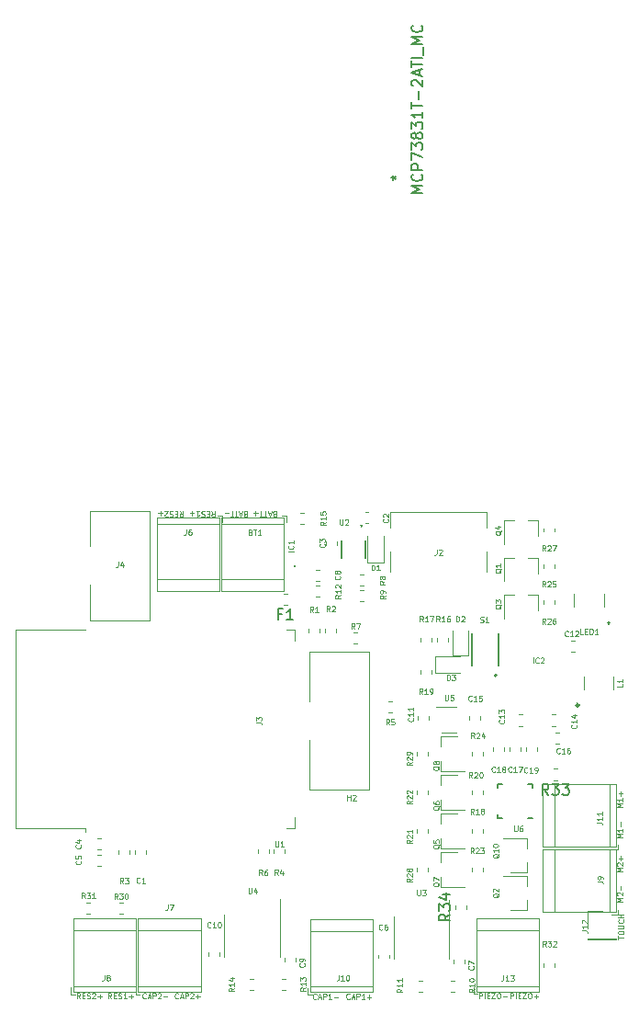
<source format=gbr>
G04 #@! TF.GenerationSoftware,KiCad,Pcbnew,(5.1.5)-2*
G04 #@! TF.CreationDate,2021-05-19T15:06:28+02:00*
G04 #@! TF.ProjectId,Versie2,56657273-6965-4322-9e6b-696361645f70,rev?*
G04 #@! TF.SameCoordinates,Original*
G04 #@! TF.FileFunction,Legend,Top*
G04 #@! TF.FilePolarity,Positive*
%FSLAX46Y46*%
G04 Gerber Fmt 4.6, Leading zero omitted, Abs format (unit mm)*
G04 Created by KiCad (PCBNEW (5.1.5)-2) date 2021-05-19 15:06:28*
%MOMM*%
%LPD*%
G04 APERTURE LIST*
%ADD10C,0.100000*%
%ADD11C,0.120000*%
%ADD12C,0.152400*%
%ADD13C,0.250000*%
%ADD14C,0.200000*%
%ADD15C,0.150000*%
G04 APERTURE END LIST*
D10*
X102676485Y-94485590D02*
X102676485Y-93985590D01*
X102866961Y-93985590D01*
X102914580Y-94009400D01*
X102938390Y-94033209D01*
X102962200Y-94080828D01*
X102962200Y-94152257D01*
X102938390Y-94199876D01*
X102914580Y-94223685D01*
X102866961Y-94247495D01*
X102676485Y-94247495D01*
X103176485Y-94485590D02*
X103176485Y-93985590D01*
X103414580Y-94223685D02*
X103581247Y-94223685D01*
X103652676Y-94485590D02*
X103414580Y-94485590D01*
X103414580Y-93985590D01*
X103652676Y-93985590D01*
X103819342Y-93985590D02*
X104152676Y-93985590D01*
X103819342Y-94485590D01*
X104152676Y-94485590D01*
X104438390Y-93985590D02*
X104533628Y-93985590D01*
X104581247Y-94009400D01*
X104628866Y-94057019D01*
X104652676Y-94152257D01*
X104652676Y-94318923D01*
X104628866Y-94414161D01*
X104581247Y-94461780D01*
X104533628Y-94485590D01*
X104438390Y-94485590D01*
X104390771Y-94461780D01*
X104343152Y-94414161D01*
X104319342Y-94318923D01*
X104319342Y-94152257D01*
X104343152Y-94057019D01*
X104390771Y-94009400D01*
X104438390Y-93985590D01*
X104866961Y-94295114D02*
X105247914Y-94295114D01*
X83774647Y-49870514D02*
X83703219Y-49846704D01*
X83679409Y-49822895D01*
X83655600Y-49775276D01*
X83655600Y-49703847D01*
X83679409Y-49656228D01*
X83703219Y-49632419D01*
X83750838Y-49608609D01*
X83941314Y-49608609D01*
X83941314Y-50108609D01*
X83774647Y-50108609D01*
X83727028Y-50084800D01*
X83703219Y-50060990D01*
X83679409Y-50013371D01*
X83679409Y-49965752D01*
X83703219Y-49918133D01*
X83727028Y-49894323D01*
X83774647Y-49870514D01*
X83941314Y-49870514D01*
X83465123Y-49751466D02*
X83227028Y-49751466D01*
X83512742Y-49608609D02*
X83346076Y-50108609D01*
X83179409Y-49608609D01*
X83084171Y-50108609D02*
X82798457Y-50108609D01*
X82941314Y-49608609D02*
X82941314Y-50108609D01*
X82703219Y-50108609D02*
X82417504Y-50108609D01*
X82560361Y-49608609D02*
X82560361Y-50108609D01*
X82250838Y-49799085D02*
X81869885Y-49799085D01*
X82060361Y-49608609D02*
X82060361Y-49989561D01*
X81107647Y-49870514D02*
X81036219Y-49846704D01*
X81012409Y-49822895D01*
X80988600Y-49775276D01*
X80988600Y-49703847D01*
X81012409Y-49656228D01*
X81036219Y-49632419D01*
X81083838Y-49608609D01*
X81274314Y-49608609D01*
X81274314Y-50108609D01*
X81107647Y-50108609D01*
X81060028Y-50084800D01*
X81036219Y-50060990D01*
X81012409Y-50013371D01*
X81012409Y-49965752D01*
X81036219Y-49918133D01*
X81060028Y-49894323D01*
X81107647Y-49870514D01*
X81274314Y-49870514D01*
X80798123Y-49751466D02*
X80560028Y-49751466D01*
X80845742Y-49608609D02*
X80679076Y-50108609D01*
X80512409Y-49608609D01*
X80417171Y-50108609D02*
X80131457Y-50108609D01*
X80274314Y-49608609D02*
X80274314Y-50108609D01*
X80036219Y-50108609D02*
X79750504Y-50108609D01*
X79893361Y-49608609D02*
X79893361Y-50108609D01*
X79583838Y-49799085D02*
X79202885Y-49799085D01*
X77996942Y-49608609D02*
X78163609Y-49846704D01*
X78282657Y-49608609D02*
X78282657Y-50108609D01*
X78092180Y-50108609D01*
X78044561Y-50084800D01*
X78020752Y-50060990D01*
X77996942Y-50013371D01*
X77996942Y-49941942D01*
X78020752Y-49894323D01*
X78044561Y-49870514D01*
X78092180Y-49846704D01*
X78282657Y-49846704D01*
X77782657Y-49870514D02*
X77615990Y-49870514D01*
X77544561Y-49608609D02*
X77782657Y-49608609D01*
X77782657Y-50108609D01*
X77544561Y-50108609D01*
X77354085Y-49632419D02*
X77282657Y-49608609D01*
X77163609Y-49608609D01*
X77115990Y-49632419D01*
X77092180Y-49656228D01*
X77068371Y-49703847D01*
X77068371Y-49751466D01*
X77092180Y-49799085D01*
X77115990Y-49822895D01*
X77163609Y-49846704D01*
X77258847Y-49870514D01*
X77306466Y-49894323D01*
X77330276Y-49918133D01*
X77354085Y-49965752D01*
X77354085Y-50013371D01*
X77330276Y-50060990D01*
X77306466Y-50084800D01*
X77258847Y-50108609D01*
X77139800Y-50108609D01*
X77068371Y-50084800D01*
X76592180Y-49608609D02*
X76877895Y-49608609D01*
X76735038Y-49608609D02*
X76735038Y-50108609D01*
X76782657Y-50037180D01*
X76830276Y-49989561D01*
X76877895Y-49965752D01*
X76377895Y-49799085D02*
X75996942Y-49799085D01*
X76187419Y-49608609D02*
X76187419Y-49989561D01*
X75075942Y-49608609D02*
X75242609Y-49846704D01*
X75361657Y-49608609D02*
X75361657Y-50108609D01*
X75171180Y-50108609D01*
X75123561Y-50084800D01*
X75099752Y-50060990D01*
X75075942Y-50013371D01*
X75075942Y-49941942D01*
X75099752Y-49894323D01*
X75123561Y-49870514D01*
X75171180Y-49846704D01*
X75361657Y-49846704D01*
X74861657Y-49870514D02*
X74694990Y-49870514D01*
X74623561Y-49608609D02*
X74861657Y-49608609D01*
X74861657Y-50108609D01*
X74623561Y-50108609D01*
X74433085Y-49632419D02*
X74361657Y-49608609D01*
X74242609Y-49608609D01*
X74194990Y-49632419D01*
X74171180Y-49656228D01*
X74147371Y-49703847D01*
X74147371Y-49751466D01*
X74171180Y-49799085D01*
X74194990Y-49822895D01*
X74242609Y-49846704D01*
X74337847Y-49870514D01*
X74385466Y-49894323D01*
X74409276Y-49918133D01*
X74433085Y-49965752D01*
X74433085Y-50013371D01*
X74409276Y-50060990D01*
X74385466Y-50084800D01*
X74337847Y-50108609D01*
X74218800Y-50108609D01*
X74147371Y-50084800D01*
X73956895Y-50060990D02*
X73933085Y-50084800D01*
X73885466Y-50108609D01*
X73766419Y-50108609D01*
X73718800Y-50084800D01*
X73694990Y-50060990D01*
X73671180Y-50013371D01*
X73671180Y-49965752D01*
X73694990Y-49894323D01*
X73980704Y-49608609D01*
X73671180Y-49608609D01*
X73456895Y-49799085D02*
X73075942Y-49799085D01*
X73266419Y-49608609D02*
X73266419Y-49989561D01*
X115499390Y-89011771D02*
X115499390Y-88726057D01*
X115999390Y-88868914D02*
X115499390Y-88868914D01*
X115499390Y-88464152D02*
X115499390Y-88368914D01*
X115523200Y-88321295D01*
X115570819Y-88273676D01*
X115666057Y-88249866D01*
X115832723Y-88249866D01*
X115927961Y-88273676D01*
X115975580Y-88321295D01*
X115999390Y-88368914D01*
X115999390Y-88464152D01*
X115975580Y-88511771D01*
X115927961Y-88559390D01*
X115832723Y-88583200D01*
X115666057Y-88583200D01*
X115570819Y-88559390D01*
X115523200Y-88511771D01*
X115499390Y-88464152D01*
X115499390Y-88035580D02*
X115904152Y-88035580D01*
X115951771Y-88011771D01*
X115975580Y-87987961D01*
X115999390Y-87940342D01*
X115999390Y-87845104D01*
X115975580Y-87797485D01*
X115951771Y-87773676D01*
X115904152Y-87749866D01*
X115499390Y-87749866D01*
X115951771Y-87226057D02*
X115975580Y-87249866D01*
X115999390Y-87321295D01*
X115999390Y-87368914D01*
X115975580Y-87440342D01*
X115927961Y-87487961D01*
X115880342Y-87511771D01*
X115785104Y-87535580D01*
X115713676Y-87535580D01*
X115618438Y-87511771D01*
X115570819Y-87487961D01*
X115523200Y-87440342D01*
X115499390Y-87368914D01*
X115499390Y-87321295D01*
X115523200Y-87249866D01*
X115547009Y-87226057D01*
X115999390Y-87011771D02*
X115499390Y-87011771D01*
X115737485Y-87011771D02*
X115737485Y-86726057D01*
X115999390Y-86726057D02*
X115499390Y-86726057D01*
X115897790Y-76863485D02*
X115397790Y-76863485D01*
X115754933Y-76696819D01*
X115397790Y-76530152D01*
X115897790Y-76530152D01*
X115897790Y-76030152D02*
X115897790Y-76315866D01*
X115897790Y-76173009D02*
X115397790Y-76173009D01*
X115469219Y-76220628D01*
X115516838Y-76268247D01*
X115540647Y-76315866D01*
X115707314Y-75815866D02*
X115707314Y-75434914D01*
X115897790Y-75625390D02*
X115516838Y-75625390D01*
X115897790Y-79682885D02*
X115397790Y-79682885D01*
X115754933Y-79516219D01*
X115397790Y-79349552D01*
X115897790Y-79349552D01*
X115897790Y-78849552D02*
X115897790Y-79135266D01*
X115897790Y-78992409D02*
X115397790Y-78992409D01*
X115469219Y-79040028D01*
X115516838Y-79087647D01*
X115540647Y-79135266D01*
X115707314Y-78635266D02*
X115707314Y-78254314D01*
X115897790Y-82807085D02*
X115397790Y-82807085D01*
X115754933Y-82640419D01*
X115397790Y-82473752D01*
X115897790Y-82473752D01*
X115445409Y-82259466D02*
X115421600Y-82235657D01*
X115397790Y-82188038D01*
X115397790Y-82068990D01*
X115421600Y-82021371D01*
X115445409Y-81997561D01*
X115493028Y-81973752D01*
X115540647Y-81973752D01*
X115612076Y-81997561D01*
X115897790Y-82283276D01*
X115897790Y-81973752D01*
X115707314Y-81759466D02*
X115707314Y-81378514D01*
X115897790Y-81568990D02*
X115516838Y-81568990D01*
X115897790Y-85550285D02*
X115397790Y-85550285D01*
X115754933Y-85383619D01*
X115397790Y-85216952D01*
X115897790Y-85216952D01*
X115445409Y-85002666D02*
X115421600Y-84978857D01*
X115397790Y-84931238D01*
X115397790Y-84812190D01*
X115421600Y-84764571D01*
X115445409Y-84740761D01*
X115493028Y-84716952D01*
X115540647Y-84716952D01*
X115612076Y-84740761D01*
X115897790Y-85026476D01*
X115897790Y-84716952D01*
X115707314Y-84502666D02*
X115707314Y-84121714D01*
X105546685Y-94485590D02*
X105546685Y-93985590D01*
X105737161Y-93985590D01*
X105784780Y-94009400D01*
X105808590Y-94033209D01*
X105832400Y-94080828D01*
X105832400Y-94152257D01*
X105808590Y-94199876D01*
X105784780Y-94223685D01*
X105737161Y-94247495D01*
X105546685Y-94247495D01*
X106046685Y-94485590D02*
X106046685Y-93985590D01*
X106284780Y-94223685D02*
X106451447Y-94223685D01*
X106522876Y-94485590D02*
X106284780Y-94485590D01*
X106284780Y-93985590D01*
X106522876Y-93985590D01*
X106689542Y-93985590D02*
X107022876Y-93985590D01*
X106689542Y-94485590D01*
X107022876Y-94485590D01*
X107308590Y-93985590D02*
X107403828Y-93985590D01*
X107451447Y-94009400D01*
X107499066Y-94057019D01*
X107522876Y-94152257D01*
X107522876Y-94318923D01*
X107499066Y-94414161D01*
X107451447Y-94461780D01*
X107403828Y-94485590D01*
X107308590Y-94485590D01*
X107260971Y-94461780D01*
X107213352Y-94414161D01*
X107189542Y-94318923D01*
X107189542Y-94152257D01*
X107213352Y-94057019D01*
X107260971Y-94009400D01*
X107308590Y-93985590D01*
X107737161Y-94295114D02*
X108118114Y-94295114D01*
X107927638Y-94485590D02*
X107927638Y-94104638D01*
X90735257Y-94488771D02*
X90711447Y-94512580D01*
X90640019Y-94536390D01*
X90592400Y-94536390D01*
X90520971Y-94512580D01*
X90473352Y-94464961D01*
X90449542Y-94417342D01*
X90425733Y-94322104D01*
X90425733Y-94250676D01*
X90449542Y-94155438D01*
X90473352Y-94107819D01*
X90520971Y-94060200D01*
X90592400Y-94036390D01*
X90640019Y-94036390D01*
X90711447Y-94060200D01*
X90735257Y-94084009D01*
X90925733Y-94393533D02*
X91163828Y-94393533D01*
X90878114Y-94536390D02*
X91044780Y-94036390D01*
X91211447Y-94536390D01*
X91378114Y-94536390D02*
X91378114Y-94036390D01*
X91568590Y-94036390D01*
X91616209Y-94060200D01*
X91640019Y-94084009D01*
X91663828Y-94131628D01*
X91663828Y-94203057D01*
X91640019Y-94250676D01*
X91616209Y-94274485D01*
X91568590Y-94298295D01*
X91378114Y-94298295D01*
X92140019Y-94536390D02*
X91854304Y-94536390D01*
X91997161Y-94536390D02*
X91997161Y-94036390D01*
X91949542Y-94107819D01*
X91901923Y-94155438D01*
X91854304Y-94179247D01*
X92354304Y-94345914D02*
X92735257Y-94345914D01*
X92544780Y-94536390D02*
X92544780Y-94155438D01*
X87661857Y-94495571D02*
X87638047Y-94519380D01*
X87566619Y-94543190D01*
X87519000Y-94543190D01*
X87447571Y-94519380D01*
X87399952Y-94471761D01*
X87376142Y-94424142D01*
X87352333Y-94328904D01*
X87352333Y-94257476D01*
X87376142Y-94162238D01*
X87399952Y-94114619D01*
X87447571Y-94067000D01*
X87519000Y-94043190D01*
X87566619Y-94043190D01*
X87638047Y-94067000D01*
X87661857Y-94090809D01*
X87852333Y-94400333D02*
X88090428Y-94400333D01*
X87804714Y-94543190D02*
X87971380Y-94043190D01*
X88138047Y-94543190D01*
X88304714Y-94543190D02*
X88304714Y-94043190D01*
X88495190Y-94043190D01*
X88542809Y-94067000D01*
X88566619Y-94090809D01*
X88590428Y-94138428D01*
X88590428Y-94209857D01*
X88566619Y-94257476D01*
X88542809Y-94281285D01*
X88495190Y-94305095D01*
X88304714Y-94305095D01*
X89066619Y-94543190D02*
X88780904Y-94543190D01*
X88923761Y-94543190D02*
X88923761Y-94043190D01*
X88876142Y-94114619D01*
X88828523Y-94162238D01*
X88780904Y-94186047D01*
X89280904Y-94352714D02*
X89661857Y-94352714D01*
X74911057Y-94437971D02*
X74887247Y-94461780D01*
X74815819Y-94485590D01*
X74768200Y-94485590D01*
X74696771Y-94461780D01*
X74649152Y-94414161D01*
X74625342Y-94366542D01*
X74601533Y-94271304D01*
X74601533Y-94199876D01*
X74625342Y-94104638D01*
X74649152Y-94057019D01*
X74696771Y-94009400D01*
X74768200Y-93985590D01*
X74815819Y-93985590D01*
X74887247Y-94009400D01*
X74911057Y-94033209D01*
X75101533Y-94342733D02*
X75339628Y-94342733D01*
X75053914Y-94485590D02*
X75220580Y-93985590D01*
X75387247Y-94485590D01*
X75553914Y-94485590D02*
X75553914Y-93985590D01*
X75744390Y-93985590D01*
X75792009Y-94009400D01*
X75815819Y-94033209D01*
X75839628Y-94080828D01*
X75839628Y-94152257D01*
X75815819Y-94199876D01*
X75792009Y-94223685D01*
X75744390Y-94247495D01*
X75553914Y-94247495D01*
X76030104Y-94033209D02*
X76053914Y-94009400D01*
X76101533Y-93985590D01*
X76220580Y-93985590D01*
X76268200Y-94009400D01*
X76292009Y-94033209D01*
X76315819Y-94080828D01*
X76315819Y-94128447D01*
X76292009Y-94199876D01*
X76006295Y-94485590D01*
X76315819Y-94485590D01*
X76530104Y-94295114D02*
X76911057Y-94295114D01*
X76720580Y-94485590D02*
X76720580Y-94104638D01*
X71939257Y-94437971D02*
X71915447Y-94461780D01*
X71844019Y-94485590D01*
X71796400Y-94485590D01*
X71724971Y-94461780D01*
X71677352Y-94414161D01*
X71653542Y-94366542D01*
X71629733Y-94271304D01*
X71629733Y-94199876D01*
X71653542Y-94104638D01*
X71677352Y-94057019D01*
X71724971Y-94009400D01*
X71796400Y-93985590D01*
X71844019Y-93985590D01*
X71915447Y-94009400D01*
X71939257Y-94033209D01*
X72129733Y-94342733D02*
X72367828Y-94342733D01*
X72082114Y-94485590D02*
X72248780Y-93985590D01*
X72415447Y-94485590D01*
X72582114Y-94485590D02*
X72582114Y-93985590D01*
X72772590Y-93985590D01*
X72820209Y-94009400D01*
X72844019Y-94033209D01*
X72867828Y-94080828D01*
X72867828Y-94152257D01*
X72844019Y-94199876D01*
X72820209Y-94223685D01*
X72772590Y-94247495D01*
X72582114Y-94247495D01*
X73058304Y-94033209D02*
X73082114Y-94009400D01*
X73129733Y-93985590D01*
X73248780Y-93985590D01*
X73296400Y-94009400D01*
X73320209Y-94033209D01*
X73344019Y-94080828D01*
X73344019Y-94128447D01*
X73320209Y-94199876D01*
X73034495Y-94485590D01*
X73344019Y-94485590D01*
X73558304Y-94295114D02*
X73939257Y-94295114D01*
X65868657Y-94485590D02*
X65701990Y-94247495D01*
X65582942Y-94485590D02*
X65582942Y-93985590D01*
X65773419Y-93985590D01*
X65821038Y-94009400D01*
X65844847Y-94033209D01*
X65868657Y-94080828D01*
X65868657Y-94152257D01*
X65844847Y-94199876D01*
X65821038Y-94223685D01*
X65773419Y-94247495D01*
X65582942Y-94247495D01*
X66082942Y-94223685D02*
X66249609Y-94223685D01*
X66321038Y-94485590D02*
X66082942Y-94485590D01*
X66082942Y-93985590D01*
X66321038Y-93985590D01*
X66511514Y-94461780D02*
X66582942Y-94485590D01*
X66701990Y-94485590D01*
X66749609Y-94461780D01*
X66773419Y-94437971D01*
X66797228Y-94390352D01*
X66797228Y-94342733D01*
X66773419Y-94295114D01*
X66749609Y-94271304D01*
X66701990Y-94247495D01*
X66606752Y-94223685D01*
X66559133Y-94199876D01*
X66535323Y-94176066D01*
X66511514Y-94128447D01*
X66511514Y-94080828D01*
X66535323Y-94033209D01*
X66559133Y-94009400D01*
X66606752Y-93985590D01*
X66725800Y-93985590D01*
X66797228Y-94009400D01*
X66987704Y-94033209D02*
X67011514Y-94009400D01*
X67059133Y-93985590D01*
X67178180Y-93985590D01*
X67225800Y-94009400D01*
X67249609Y-94033209D01*
X67273419Y-94080828D01*
X67273419Y-94128447D01*
X67249609Y-94199876D01*
X66963895Y-94485590D01*
X67273419Y-94485590D01*
X67487704Y-94295114D02*
X67868657Y-94295114D01*
X67678180Y-94485590D02*
X67678180Y-94104638D01*
X68764257Y-94485590D02*
X68597590Y-94247495D01*
X68478542Y-94485590D02*
X68478542Y-93985590D01*
X68669019Y-93985590D01*
X68716638Y-94009400D01*
X68740447Y-94033209D01*
X68764257Y-94080828D01*
X68764257Y-94152257D01*
X68740447Y-94199876D01*
X68716638Y-94223685D01*
X68669019Y-94247495D01*
X68478542Y-94247495D01*
X68978542Y-94223685D02*
X69145209Y-94223685D01*
X69216638Y-94485590D02*
X68978542Y-94485590D01*
X68978542Y-93985590D01*
X69216638Y-93985590D01*
X69407114Y-94461780D02*
X69478542Y-94485590D01*
X69597590Y-94485590D01*
X69645209Y-94461780D01*
X69669019Y-94437971D01*
X69692828Y-94390352D01*
X69692828Y-94342733D01*
X69669019Y-94295114D01*
X69645209Y-94271304D01*
X69597590Y-94247495D01*
X69502352Y-94223685D01*
X69454733Y-94199876D01*
X69430923Y-94176066D01*
X69407114Y-94128447D01*
X69407114Y-94080828D01*
X69430923Y-94033209D01*
X69454733Y-94009400D01*
X69502352Y-93985590D01*
X69621400Y-93985590D01*
X69692828Y-94009400D01*
X70169019Y-94485590D02*
X69883304Y-94485590D01*
X70026161Y-94485590D02*
X70026161Y-93985590D01*
X69978542Y-94057019D01*
X69930923Y-94104638D01*
X69883304Y-94128447D01*
X70383304Y-94295114D02*
X70764257Y-94295114D01*
X70573780Y-94485590D02*
X70573780Y-94104638D01*
D11*
X87594221Y-54989000D02*
X87919779Y-54989000D01*
X87594221Y-56009000D02*
X87919779Y-56009000D01*
X72295200Y-49555000D02*
X72295200Y-59665000D01*
X72295200Y-49555000D02*
X66795200Y-49555000D01*
X66795200Y-49555000D02*
X66795200Y-52810000D01*
X66795200Y-59665000D02*
X72295200Y-59665000D01*
X66795200Y-59665000D02*
X66795200Y-56410000D01*
D12*
X89954100Y-52321067D02*
X89954100Y-53870733D01*
X92214700Y-53870733D02*
X92214700Y-52321067D01*
X91767536Y-50904354D02*
G75*
G03X91910600Y-50940900I66864J-36546D01*
G01*
D11*
X84678000Y-50744000D02*
X78898000Y-50744000D01*
X84678000Y-55844000D02*
X78898000Y-55844000D01*
X84678000Y-56964000D02*
X78898000Y-56964000D01*
X84678000Y-50224000D02*
X78898000Y-50224000D01*
X84678000Y-56964000D02*
X84678000Y-50224000D01*
X78898000Y-56964000D02*
X78898000Y-50224000D01*
X84918000Y-50624000D02*
X84918000Y-49984000D01*
X84918000Y-49984000D02*
X84518000Y-49984000D01*
X92381400Y-51900900D02*
X92381400Y-54360900D01*
X92381400Y-54360900D02*
X93851400Y-54360900D01*
X93851400Y-54360900D02*
X93851400Y-51900900D01*
D10*
X85608900Y-54670100D02*
G75*
G02X85708900Y-54670100I50000J0D01*
G01*
X85708900Y-54670100D02*
G75*
G02X85608900Y-54670100I-50000J0D01*
G01*
X85708900Y-54670100D02*
X85708900Y-54670100D01*
X85608900Y-54670100D02*
X85608900Y-54670100D01*
D13*
X111880000Y-67474900D02*
G75*
G03X111880000Y-67474900I-125000J0D01*
G01*
D11*
X103403000Y-55153000D02*
X103403000Y-53353000D01*
X103403000Y-49643000D02*
X103403000Y-51103000D01*
X94463000Y-49643000D02*
X94463000Y-51103000D01*
X94463000Y-55153000D02*
X94463000Y-53353000D01*
X94463000Y-49643000D02*
X103403000Y-49643000D01*
X78949000Y-49984000D02*
X78549000Y-49984000D01*
X78949000Y-50624000D02*
X78949000Y-49984000D01*
X72929000Y-56964000D02*
X72929000Y-50224000D01*
X78709000Y-56964000D02*
X78709000Y-50224000D01*
X78709000Y-50224000D02*
X72929000Y-50224000D01*
X78709000Y-56964000D02*
X72929000Y-56964000D01*
X78709000Y-55844000D02*
X72929000Y-55844000D01*
X78709000Y-50744000D02*
X72929000Y-50744000D01*
X70988700Y-94099100D02*
X71388700Y-94099100D01*
X70988700Y-93459100D02*
X70988700Y-94099100D01*
X77008700Y-87119100D02*
X77008700Y-93859100D01*
X71228700Y-87119100D02*
X71228700Y-93859100D01*
X71228700Y-93859100D02*
X77008700Y-93859100D01*
X71228700Y-87119100D02*
X77008700Y-87119100D01*
X71228700Y-88239100D02*
X77008700Y-88239100D01*
X71228700Y-93339100D02*
X77008700Y-93339100D01*
X65032400Y-94099100D02*
X65432400Y-94099100D01*
X65032400Y-93459100D02*
X65032400Y-94099100D01*
X71052400Y-87119100D02*
X71052400Y-93859100D01*
X65272400Y-87119100D02*
X65272400Y-93859100D01*
X65272400Y-93859100D02*
X71052400Y-93859100D01*
X65272400Y-87119100D02*
X71052400Y-87119100D01*
X65272400Y-88239100D02*
X71052400Y-88239100D01*
X65272400Y-93339100D02*
X71052400Y-93339100D01*
X115510000Y-86760000D02*
X115510000Y-86360000D01*
X114870000Y-86760000D02*
X115510000Y-86760000D01*
X108530000Y-80740000D02*
X115270000Y-80740000D01*
X108530000Y-86520000D02*
X115270000Y-86520000D01*
X115270000Y-86520000D02*
X115270000Y-80740000D01*
X108530000Y-86520000D02*
X108530000Y-80740000D01*
X109650000Y-86520000D02*
X109650000Y-80740000D01*
X114750000Y-86520000D02*
X114750000Y-80740000D01*
X87091000Y-93389900D02*
X92871000Y-93389900D01*
X87091000Y-88289900D02*
X92871000Y-88289900D01*
X87091000Y-87169900D02*
X92871000Y-87169900D01*
X87091000Y-93909900D02*
X92871000Y-93909900D01*
X87091000Y-87169900D02*
X87091000Y-93909900D01*
X92871000Y-87169900D02*
X92871000Y-93909900D01*
X86851000Y-93509900D02*
X86851000Y-94149900D01*
X86851000Y-94149900D02*
X87251000Y-94149900D01*
X115510000Y-80760000D02*
X115510000Y-80360000D01*
X114870000Y-80760000D02*
X115510000Y-80760000D01*
X108530000Y-74740000D02*
X115270000Y-74740000D01*
X108530000Y-80520000D02*
X115270000Y-80520000D01*
X115270000Y-80520000D02*
X115270000Y-74740000D01*
X108530000Y-80520000D02*
X108530000Y-74740000D01*
X109650000Y-80520000D02*
X109650000Y-74740000D01*
X114750000Y-80520000D02*
X114750000Y-74740000D01*
X115025000Y-64836336D02*
X115025000Y-66040464D01*
X112305000Y-64836336D02*
X112305000Y-66040464D01*
D14*
X114639500Y-59985000D02*
G75*
G02X114639500Y-59785000I0J100000D01*
G01*
X114639500Y-59785000D02*
G75*
G02X114639500Y-59985000I0J-100000D01*
G01*
D10*
X111439500Y-58385000D02*
X111439500Y-57185000D01*
X114239500Y-58385000D02*
X114239500Y-57185000D01*
D14*
X114639500Y-59785000D02*
X114639500Y-59785000D01*
X114639500Y-59985000D02*
X114639500Y-59985000D01*
D11*
X108130200Y-53888100D02*
X108130200Y-55348100D01*
X104970200Y-53888100D02*
X104970200Y-56048100D01*
X104970200Y-53888100D02*
X105900200Y-53888100D01*
X108130200Y-53888100D02*
X107200200Y-53888100D01*
X107060000Y-86380000D02*
X105600000Y-86380000D01*
X107060000Y-83220000D02*
X104900000Y-83220000D01*
X107060000Y-83220000D02*
X107060000Y-84150000D01*
X107060000Y-86380000D02*
X107060000Y-85450000D01*
X108130200Y-57317100D02*
X108130200Y-58777100D01*
X104970200Y-57317100D02*
X104970200Y-59477100D01*
X104970200Y-57317100D02*
X105900200Y-57317100D01*
X108130200Y-57317100D02*
X107200200Y-57317100D01*
X108130200Y-50459100D02*
X108130200Y-51919100D01*
X104970200Y-50459100D02*
X104970200Y-52619100D01*
X104970200Y-50459100D02*
X105900200Y-50459100D01*
X108130200Y-50459100D02*
X107200200Y-50459100D01*
X99170200Y-77477500D02*
X100630200Y-77477500D01*
X99170200Y-80637500D02*
X101330200Y-80637500D01*
X99170200Y-80637500D02*
X99170200Y-79707500D01*
X99170200Y-77477500D02*
X99170200Y-78407500D01*
X99170200Y-73921500D02*
X99170200Y-74851500D01*
X99170200Y-77081500D02*
X99170200Y-76151500D01*
X99170200Y-77081500D02*
X101330200Y-77081500D01*
X99170200Y-73921500D02*
X100630200Y-73921500D01*
X99170200Y-81033500D02*
X99170200Y-81963500D01*
X99170200Y-84193500D02*
X99170200Y-83263500D01*
X99170200Y-84193500D02*
X101330200Y-84193500D01*
X99170200Y-81033500D02*
X100630200Y-81033500D01*
X99170200Y-70365500D02*
X100630200Y-70365500D01*
X99170200Y-73525500D02*
X101330200Y-73525500D01*
X99170200Y-73525500D02*
X99170200Y-72595500D01*
X99170200Y-70365500D02*
X99170200Y-71295500D01*
X107060000Y-82880000D02*
X107060000Y-81950000D01*
X107060000Y-79720000D02*
X107060000Y-80650000D01*
X107060000Y-79720000D02*
X104900000Y-79720000D01*
X107060000Y-82880000D02*
X105600000Y-82880000D01*
D14*
X104296600Y-64723800D02*
G75*
G03X104296600Y-64723800I-100000J0D01*
G01*
X101975600Y-60828800D02*
X101975600Y-63828800D01*
X104475600Y-60828800D02*
X104475600Y-63828800D01*
D11*
X84919000Y-78764000D02*
X85699000Y-78764000D01*
X85699000Y-78764000D02*
X85699000Y-77764000D01*
X84919000Y-60524000D02*
X85699000Y-60524000D01*
X85699000Y-60524000D02*
X85699000Y-61524000D01*
X59954000Y-78764000D02*
X59954000Y-60524000D01*
X59954000Y-60524000D02*
X66374000Y-60524000D01*
X59954000Y-78764000D02*
X66374000Y-78764000D01*
X66374000Y-78764000D02*
X66374000Y-79144000D01*
X100600000Y-67640000D02*
X98700000Y-67640000D01*
X99200000Y-69960000D02*
X100600000Y-69960000D01*
D15*
X107600000Y-74700000D02*
X107600000Y-75100000D01*
X107600000Y-74700000D02*
X107200000Y-74700000D01*
X104400000Y-74700000D02*
X104400000Y-75100000D01*
X104400000Y-74700000D02*
X104800000Y-74700000D01*
X104400000Y-77900000D02*
X104400000Y-77500000D01*
X104400000Y-77900000D02*
X104800000Y-77900000D01*
X107600000Y-77900000D02*
X107200000Y-77900000D01*
D11*
X71960200Y-81150779D02*
X71960200Y-80825221D01*
X70940200Y-81150779D02*
X70940200Y-80825221D01*
X92475279Y-50710000D02*
X92149721Y-50710000D01*
X92475279Y-49690000D02*
X92149721Y-49690000D01*
X88542400Y-52425121D02*
X88542400Y-52750679D01*
X89562400Y-52425121D02*
X89562400Y-52750679D01*
X67815579Y-79728600D02*
X67490021Y-79728600D01*
X67815579Y-80748600D02*
X67490021Y-80748600D01*
X67815779Y-82247200D02*
X67490221Y-82247200D01*
X67815779Y-81227200D02*
X67490221Y-81227200D01*
X93382600Y-90778779D02*
X93382600Y-90453221D01*
X94402600Y-90778779D02*
X94402600Y-90453221D01*
X101298700Y-91248879D02*
X101298700Y-90923321D01*
X100278700Y-91248879D02*
X100278700Y-90923321D01*
X84721200Y-91083779D02*
X84721200Y-90758221D01*
X85741200Y-91083779D02*
X85741200Y-90758221D01*
X78705400Y-90575779D02*
X78705400Y-90250221D01*
X77685400Y-90575779D02*
X77685400Y-90250221D01*
X96990000Y-68775279D02*
X96990000Y-68449721D01*
X98010000Y-68775279D02*
X98010000Y-68449721D01*
X111475279Y-61510500D02*
X111149721Y-61510500D01*
X111475279Y-62530500D02*
X111149721Y-62530500D01*
X106364721Y-68345900D02*
X106690279Y-68345900D01*
X106364721Y-69365900D02*
X106690279Y-69365900D01*
X109349221Y-69365900D02*
X109674779Y-69365900D01*
X109349221Y-68345900D02*
X109674779Y-68345900D01*
X101790000Y-68494721D02*
X101790000Y-68820279D01*
X102810000Y-68494721D02*
X102810000Y-68820279D01*
X110030379Y-71029600D02*
X109704821Y-71029600D01*
X110030379Y-70009600D02*
X109704821Y-70009600D01*
X105456000Y-71685679D02*
X105456000Y-71360121D01*
X106476000Y-71685679D02*
X106476000Y-71360121D01*
X103932000Y-71671679D02*
X103932000Y-71346121D01*
X104952000Y-71671679D02*
X104952000Y-71346121D01*
X108000000Y-71685679D02*
X108000000Y-71360121D01*
X106980000Y-71685679D02*
X106980000Y-71360121D01*
X87962200Y-60403621D02*
X87962200Y-60729179D01*
X86942200Y-60403621D02*
X86942200Y-60729179D01*
X88491600Y-60403621D02*
X88491600Y-60729179D01*
X89511600Y-60403621D02*
X89511600Y-60729179D01*
X70436200Y-81150779D02*
X70436200Y-80825221D01*
X69416200Y-81150779D02*
X69416200Y-80825221D01*
X84736400Y-80787121D02*
X84736400Y-81112679D01*
X83716400Y-80787121D02*
X83716400Y-81112679D01*
X94625479Y-67104800D02*
X94299921Y-67104800D01*
X94625479Y-68124800D02*
X94299921Y-68124800D01*
X82243200Y-80787121D02*
X82243200Y-81112679D01*
X83263200Y-80787121D02*
X83263200Y-81112679D01*
X91124721Y-60790000D02*
X91450279Y-60790000D01*
X91124721Y-61810000D02*
X91450279Y-61810000D01*
X91983779Y-55433500D02*
X91658221Y-55433500D01*
X91983779Y-56453500D02*
X91658221Y-56453500D01*
X91983779Y-57914000D02*
X91658221Y-57914000D01*
X91983779Y-56894000D02*
X91658221Y-56894000D01*
X100416679Y-92836600D02*
X100091121Y-92836600D01*
X100416679Y-93856600D02*
X100091121Y-93856600D01*
X97419479Y-93856600D02*
X97093921Y-93856600D01*
X97419479Y-92836600D02*
X97093921Y-92836600D01*
X87950279Y-57510000D02*
X87624721Y-57510000D01*
X87950279Y-56490000D02*
X87624721Y-56490000D01*
X84784479Y-92668700D02*
X84458921Y-92668700D01*
X84784479Y-93688700D02*
X84458921Y-93688700D01*
X81837979Y-93688700D02*
X81512421Y-93688700D01*
X81837979Y-92668700D02*
X81512421Y-92668700D01*
X86522679Y-49756600D02*
X86197121Y-49756600D01*
X86522679Y-50776600D02*
X86197121Y-50776600D01*
X99798600Y-61263021D02*
X99798600Y-61588579D01*
X98778600Y-61263021D02*
X98778600Y-61588579D01*
X97254600Y-61602579D02*
X97254600Y-61277021D01*
X98274600Y-61602579D02*
X98274600Y-61277021D01*
X101976200Y-79206279D02*
X101976200Y-78880721D01*
X102996200Y-79206279D02*
X102996200Y-78880721D01*
X97254600Y-64223521D02*
X97254600Y-64549079D01*
X98274600Y-64223521D02*
X98274600Y-64549079D01*
X102996200Y-75678279D02*
X102996200Y-75352721D01*
X101976200Y-75678279D02*
X101976200Y-75352721D01*
X96896200Y-78880721D02*
X96896200Y-79206279D01*
X97916200Y-78880721D02*
X97916200Y-79206279D01*
X97916200Y-75324721D02*
X97916200Y-75650279D01*
X96896200Y-75324721D02*
X96896200Y-75650279D01*
X102996200Y-82790279D02*
X102996200Y-82464721D01*
X101976200Y-82790279D02*
X101976200Y-82464721D01*
X101976200Y-72094279D02*
X101976200Y-71768721D01*
X102996200Y-72094279D02*
X102996200Y-71768721D01*
X108580200Y-54824879D02*
X108580200Y-54499321D01*
X109600200Y-54824879D02*
X109600200Y-54499321D01*
X108580200Y-58126879D02*
X108580200Y-57801321D01*
X109600200Y-58126879D02*
X109600200Y-57801321D01*
X109600200Y-51494879D02*
X109600200Y-51169321D01*
X108580200Y-51494879D02*
X108580200Y-51169321D01*
X97916200Y-82436721D02*
X97916200Y-82762279D01*
X96896200Y-82436721D02*
X96896200Y-82762279D01*
X96896200Y-71768721D02*
X96896200Y-72094279D01*
X97916200Y-71768721D02*
X97916200Y-72094279D01*
X69472721Y-85661100D02*
X69798279Y-85661100D01*
X69472721Y-86681100D02*
X69798279Y-86681100D01*
X66801179Y-86681100D02*
X66475621Y-86681100D01*
X66801179Y-85661100D02*
X66475621Y-85661100D01*
X109610000Y-91550279D02*
X109610000Y-91224721D01*
X108590000Y-91550279D02*
X108590000Y-91224721D01*
X99894300Y-88876200D02*
X99894300Y-85426200D01*
X99894300Y-88876200D02*
X99894300Y-90826200D01*
X94774300Y-88876200D02*
X94774300Y-86926200D01*
X94774300Y-88876200D02*
X94774300Y-90826200D01*
X79184199Y-88733700D02*
X79184199Y-90683700D01*
X79184199Y-88733700D02*
X79184199Y-86783700D01*
X84304199Y-88733700D02*
X84304199Y-90683700D01*
X84304199Y-88733700D02*
X84304199Y-85283700D01*
X87039000Y-75225000D02*
X87039000Y-70700000D01*
X87039000Y-62575000D02*
X87039000Y-67100000D01*
X92539000Y-75225000D02*
X87039000Y-75225000D01*
X92539000Y-62575000D02*
X92539000Y-75225000D01*
X92539000Y-62575000D02*
X87039000Y-62575000D01*
X101674600Y-62924800D02*
X101674600Y-60639800D01*
X100204600Y-62924800D02*
X101674600Y-62924800D01*
X100204600Y-60639800D02*
X100204600Y-62924800D01*
X100876100Y-62990800D02*
X98591100Y-62990800D01*
X98591100Y-62990800D02*
X98591100Y-64460800D01*
X98591100Y-64460800D02*
X100876100Y-64460800D01*
X112665200Y-89061600D02*
X115325200Y-89061600D01*
X112665200Y-89001600D02*
X112665200Y-89061600D01*
X115325200Y-89001600D02*
X115325200Y-89061600D01*
X112665200Y-89001600D02*
X115325200Y-89001600D01*
X112665200Y-87731600D02*
X112665200Y-86401600D01*
X112665200Y-86401600D02*
X113995200Y-86401600D01*
X102394500Y-93326400D02*
X108174500Y-93326400D01*
X102394500Y-88226400D02*
X108174500Y-88226400D01*
X102394500Y-87106400D02*
X108174500Y-87106400D01*
X102394500Y-93846400D02*
X108174500Y-93846400D01*
X102394500Y-87106400D02*
X102394500Y-93846400D01*
X108174500Y-87106400D02*
X108174500Y-93846400D01*
X102154500Y-93446400D02*
X102154500Y-94086400D01*
X102154500Y-94086400D02*
X102554500Y-94086400D01*
X84960779Y-58231500D02*
X84635221Y-58231500D01*
X84960779Y-57211500D02*
X84635221Y-57211500D01*
X109865279Y-74360500D02*
X109539721Y-74360500D01*
X109865279Y-73340500D02*
X109539721Y-73340500D01*
X101475000Y-86243279D02*
X101475000Y-85917721D01*
X100455000Y-86243279D02*
X100455000Y-85917721D01*
D10*
X89811071Y-55582333D02*
X89834880Y-55606142D01*
X89858690Y-55677571D01*
X89858690Y-55725190D01*
X89834880Y-55796619D01*
X89787261Y-55844238D01*
X89739642Y-55868047D01*
X89644404Y-55891857D01*
X89572976Y-55891857D01*
X89477738Y-55868047D01*
X89430119Y-55844238D01*
X89382500Y-55796619D01*
X89358690Y-55725190D01*
X89358690Y-55677571D01*
X89382500Y-55606142D01*
X89406309Y-55582333D01*
X89572976Y-55296619D02*
X89549166Y-55344238D01*
X89525357Y-55368047D01*
X89477738Y-55391857D01*
X89453928Y-55391857D01*
X89406309Y-55368047D01*
X89382500Y-55344238D01*
X89358690Y-55296619D01*
X89358690Y-55201380D01*
X89382500Y-55153761D01*
X89406309Y-55129952D01*
X89453928Y-55106142D01*
X89477738Y-55106142D01*
X89525357Y-55129952D01*
X89549166Y-55153761D01*
X89572976Y-55201380D01*
X89572976Y-55296619D01*
X89596785Y-55344238D01*
X89620595Y-55368047D01*
X89668214Y-55391857D01*
X89763452Y-55391857D01*
X89811071Y-55368047D01*
X89834880Y-55344238D01*
X89858690Y-55296619D01*
X89858690Y-55201380D01*
X89834880Y-55153761D01*
X89811071Y-55129952D01*
X89763452Y-55106142D01*
X89668214Y-55106142D01*
X89620595Y-55129952D01*
X89596785Y-55153761D01*
X89572976Y-55201380D01*
X69378533Y-54272690D02*
X69378533Y-54629833D01*
X69354723Y-54701261D01*
X69307104Y-54748880D01*
X69235676Y-54772690D01*
X69188057Y-54772690D01*
X69830914Y-54439357D02*
X69830914Y-54772690D01*
X69711866Y-54248880D02*
X69592819Y-54606023D01*
X69902342Y-54606023D01*
X89814447Y-50361090D02*
X89814447Y-50765852D01*
X89838257Y-50813471D01*
X89862066Y-50837280D01*
X89909685Y-50861090D01*
X90004923Y-50861090D01*
X90052542Y-50837280D01*
X90076352Y-50813471D01*
X90100161Y-50765852D01*
X90100161Y-50361090D01*
X90314447Y-50408709D02*
X90338257Y-50384900D01*
X90385876Y-50361090D01*
X90504923Y-50361090D01*
X90552542Y-50384900D01*
X90576352Y-50408709D01*
X90600161Y-50456328D01*
X90600161Y-50503947D01*
X90576352Y-50575376D01*
X90290638Y-50861090D01*
X90600161Y-50861090D01*
D15*
X97452380Y-20290476D02*
X96452380Y-20290476D01*
X97166666Y-19957142D01*
X96452380Y-19623809D01*
X97452380Y-19623809D01*
X97357142Y-18576190D02*
X97404761Y-18623809D01*
X97452380Y-18766666D01*
X97452380Y-18861904D01*
X97404761Y-19004761D01*
X97309523Y-19100000D01*
X97214285Y-19147619D01*
X97023809Y-19195238D01*
X96880952Y-19195238D01*
X96690476Y-19147619D01*
X96595238Y-19100000D01*
X96500000Y-19004761D01*
X96452380Y-18861904D01*
X96452380Y-18766666D01*
X96500000Y-18623809D01*
X96547619Y-18576190D01*
X97452380Y-18147619D02*
X96452380Y-18147619D01*
X96452380Y-17766666D01*
X96500000Y-17671428D01*
X96547619Y-17623809D01*
X96642857Y-17576190D01*
X96785714Y-17576190D01*
X96880952Y-17623809D01*
X96928571Y-17671428D01*
X96976190Y-17766666D01*
X96976190Y-18147619D01*
X96452380Y-17242857D02*
X96452380Y-16576190D01*
X97452380Y-17004761D01*
X96452380Y-16290476D02*
X96452380Y-15671428D01*
X96833333Y-16004761D01*
X96833333Y-15861904D01*
X96880952Y-15766666D01*
X96928571Y-15719047D01*
X97023809Y-15671428D01*
X97261904Y-15671428D01*
X97357142Y-15719047D01*
X97404761Y-15766666D01*
X97452380Y-15861904D01*
X97452380Y-16147619D01*
X97404761Y-16242857D01*
X97357142Y-16290476D01*
X96880952Y-15100000D02*
X96833333Y-15195238D01*
X96785714Y-15242857D01*
X96690476Y-15290476D01*
X96642857Y-15290476D01*
X96547619Y-15242857D01*
X96500000Y-15195238D01*
X96452380Y-15100000D01*
X96452380Y-14909523D01*
X96500000Y-14814285D01*
X96547619Y-14766666D01*
X96642857Y-14719047D01*
X96690476Y-14719047D01*
X96785714Y-14766666D01*
X96833333Y-14814285D01*
X96880952Y-14909523D01*
X96880952Y-15100000D01*
X96928571Y-15195238D01*
X96976190Y-15242857D01*
X97071428Y-15290476D01*
X97261904Y-15290476D01*
X97357142Y-15242857D01*
X97404761Y-15195238D01*
X97452380Y-15100000D01*
X97452380Y-14909523D01*
X97404761Y-14814285D01*
X97357142Y-14766666D01*
X97261904Y-14719047D01*
X97071428Y-14719047D01*
X96976190Y-14766666D01*
X96928571Y-14814285D01*
X96880952Y-14909523D01*
X96452380Y-14385714D02*
X96452380Y-13766666D01*
X96833333Y-14100000D01*
X96833333Y-13957142D01*
X96880952Y-13861904D01*
X96928571Y-13814285D01*
X97023809Y-13766666D01*
X97261904Y-13766666D01*
X97357142Y-13814285D01*
X97404761Y-13861904D01*
X97452380Y-13957142D01*
X97452380Y-14242857D01*
X97404761Y-14338095D01*
X97357142Y-14385714D01*
X97452380Y-12814285D02*
X97452380Y-13385714D01*
X97452380Y-13100000D02*
X96452380Y-13100000D01*
X96595238Y-13195238D01*
X96690476Y-13290476D01*
X96738095Y-13385714D01*
X96452380Y-12528571D02*
X96452380Y-11957142D01*
X97452380Y-12242857D02*
X96452380Y-12242857D01*
X97071428Y-11623809D02*
X97071428Y-10861904D01*
X96547619Y-10433333D02*
X96500000Y-10385714D01*
X96452380Y-10290476D01*
X96452380Y-10052380D01*
X96500000Y-9957142D01*
X96547619Y-9909523D01*
X96642857Y-9861904D01*
X96738095Y-9861904D01*
X96880952Y-9909523D01*
X97452380Y-10480952D01*
X97452380Y-9861904D01*
X97166666Y-9480952D02*
X97166666Y-9004761D01*
X97452380Y-9576190D02*
X96452380Y-9242857D01*
X97452380Y-8909523D01*
X96452380Y-8719047D02*
X96452380Y-8147619D01*
X97452380Y-8433333D02*
X96452380Y-8433333D01*
X97452380Y-7814285D02*
X96452380Y-7814285D01*
X97547619Y-7576190D02*
X97547619Y-6814285D01*
X97452380Y-6576190D02*
X96452380Y-6576190D01*
X97166666Y-6242857D01*
X96452380Y-5909523D01*
X97452380Y-5909523D01*
X97357142Y-4861904D02*
X97404761Y-4909523D01*
X97452380Y-5052380D01*
X97452380Y-5147619D01*
X97404761Y-5290476D01*
X97309523Y-5385714D01*
X97214285Y-5433333D01*
X97023809Y-5480952D01*
X96880952Y-5480952D01*
X96690476Y-5433333D01*
X96595238Y-5385714D01*
X96500000Y-5290476D01*
X96452380Y-5147619D01*
X96452380Y-5052380D01*
X96500000Y-4909523D01*
X96547619Y-4861904D01*
X94552380Y-18900000D02*
X94790476Y-18900000D01*
X94695238Y-19138095D02*
X94790476Y-18900000D01*
X94695238Y-18661904D01*
X94980952Y-19042857D02*
X94790476Y-18900000D01*
X94980952Y-18757142D01*
D10*
X81585642Y-51526285D02*
X81657071Y-51550095D01*
X81680880Y-51573904D01*
X81704690Y-51621523D01*
X81704690Y-51692952D01*
X81680880Y-51740571D01*
X81657071Y-51764380D01*
X81609452Y-51788190D01*
X81418976Y-51788190D01*
X81418976Y-51288190D01*
X81585642Y-51288190D01*
X81633261Y-51312000D01*
X81657071Y-51335809D01*
X81680880Y-51383428D01*
X81680880Y-51431047D01*
X81657071Y-51478666D01*
X81633261Y-51502476D01*
X81585642Y-51526285D01*
X81418976Y-51526285D01*
X81847547Y-51288190D02*
X82133261Y-51288190D01*
X81990404Y-51788190D02*
X81990404Y-51288190D01*
X82561833Y-51788190D02*
X82276119Y-51788190D01*
X82418976Y-51788190D02*
X82418976Y-51288190D01*
X82371357Y-51359619D01*
X82323738Y-51407238D01*
X82276119Y-51431047D01*
X92747352Y-55052090D02*
X92747352Y-54552090D01*
X92866400Y-54552090D01*
X92937828Y-54575900D01*
X92985447Y-54623519D01*
X93009257Y-54671138D01*
X93033066Y-54766376D01*
X93033066Y-54837804D01*
X93009257Y-54933042D01*
X92985447Y-54980661D01*
X92937828Y-55028280D01*
X92866400Y-55052090D01*
X92747352Y-55052090D01*
X93509257Y-55052090D02*
X93223542Y-55052090D01*
X93366400Y-55052090D02*
X93366400Y-54552090D01*
X93318780Y-54623519D01*
X93271161Y-54671138D01*
X93223542Y-54694947D01*
X90519047Y-76226190D02*
X90519047Y-75726190D01*
X90519047Y-75964285D02*
X90804761Y-75964285D01*
X90804761Y-76226190D02*
X90804761Y-75726190D01*
X91019047Y-75773809D02*
X91042857Y-75750000D01*
X91090476Y-75726190D01*
X91209523Y-75726190D01*
X91257142Y-75750000D01*
X91280952Y-75773809D01*
X91304761Y-75821428D01*
X91304761Y-75869047D01*
X91280952Y-75940476D01*
X90995238Y-76226190D01*
X91304761Y-76226190D01*
X85557490Y-53307395D02*
X85057490Y-53307395D01*
X85509871Y-52783585D02*
X85533680Y-52807395D01*
X85557490Y-52878823D01*
X85557490Y-52926442D01*
X85533680Y-52997871D01*
X85486061Y-53045490D01*
X85438442Y-53069300D01*
X85343204Y-53093109D01*
X85271776Y-53093109D01*
X85176538Y-53069300D01*
X85128919Y-53045490D01*
X85081300Y-52997871D01*
X85057490Y-52926442D01*
X85057490Y-52878823D01*
X85081300Y-52807395D01*
X85105109Y-52783585D01*
X85557490Y-52307395D02*
X85557490Y-52593109D01*
X85557490Y-52450252D02*
X85057490Y-52450252D01*
X85128919Y-52497871D01*
X85176538Y-52545490D01*
X85200347Y-52593109D01*
X107652404Y-63599190D02*
X107652404Y-63099190D01*
X108176214Y-63551571D02*
X108152404Y-63575380D01*
X108080976Y-63599190D01*
X108033357Y-63599190D01*
X107961928Y-63575380D01*
X107914309Y-63527761D01*
X107890500Y-63480142D01*
X107866690Y-63384904D01*
X107866690Y-63313476D01*
X107890500Y-63218238D01*
X107914309Y-63170619D01*
X107961928Y-63123000D01*
X108033357Y-63099190D01*
X108080976Y-63099190D01*
X108152404Y-63123000D01*
X108176214Y-63146809D01*
X108366690Y-63146809D02*
X108390500Y-63123000D01*
X108438119Y-63099190D01*
X108557166Y-63099190D01*
X108604785Y-63123000D01*
X108628595Y-63146809D01*
X108652404Y-63194428D01*
X108652404Y-63242047D01*
X108628595Y-63313476D01*
X108342880Y-63599190D01*
X108652404Y-63599190D01*
X98766333Y-53129690D02*
X98766333Y-53486833D01*
X98742523Y-53558261D01*
X98694904Y-53605880D01*
X98623476Y-53629690D01*
X98575857Y-53629690D01*
X98980619Y-53177309D02*
X99004428Y-53153500D01*
X99052047Y-53129690D01*
X99171095Y-53129690D01*
X99218714Y-53153500D01*
X99242523Y-53177309D01*
X99266333Y-53224928D01*
X99266333Y-53272547D01*
X99242523Y-53343976D01*
X98956809Y-53629690D01*
X99266333Y-53629690D01*
X75652333Y-51288190D02*
X75652333Y-51645333D01*
X75628523Y-51716761D01*
X75580904Y-51764380D01*
X75509476Y-51788190D01*
X75461857Y-51788190D01*
X76104714Y-51288190D02*
X76009476Y-51288190D01*
X75961857Y-51312000D01*
X75938047Y-51335809D01*
X75890428Y-51407238D01*
X75866619Y-51502476D01*
X75866619Y-51692952D01*
X75890428Y-51740571D01*
X75914238Y-51764380D01*
X75961857Y-51788190D01*
X76057095Y-51788190D01*
X76104714Y-51764380D01*
X76128523Y-51740571D01*
X76152333Y-51692952D01*
X76152333Y-51573904D01*
X76128523Y-51526285D01*
X76104714Y-51502476D01*
X76057095Y-51478666D01*
X75961857Y-51478666D01*
X75914238Y-51502476D01*
X75890428Y-51526285D01*
X75866619Y-51573904D01*
X73952033Y-85845290D02*
X73952033Y-86202433D01*
X73928223Y-86273861D01*
X73880604Y-86321480D01*
X73809176Y-86345290D01*
X73761557Y-86345290D01*
X74142509Y-85845290D02*
X74475842Y-85845290D01*
X74261557Y-86345290D01*
X68108533Y-92334590D02*
X68108533Y-92691733D01*
X68084723Y-92763161D01*
X68037104Y-92810780D01*
X67965676Y-92834590D01*
X67918057Y-92834590D01*
X68418057Y-92548876D02*
X68370438Y-92525066D01*
X68346628Y-92501257D01*
X68322819Y-92453638D01*
X68322819Y-92429828D01*
X68346628Y-92382209D01*
X68370438Y-92358400D01*
X68418057Y-92334590D01*
X68513295Y-92334590D01*
X68560914Y-92358400D01*
X68584723Y-92382209D01*
X68608533Y-92429828D01*
X68608533Y-92453638D01*
X68584723Y-92501257D01*
X68560914Y-92525066D01*
X68513295Y-92548876D01*
X68418057Y-92548876D01*
X68370438Y-92572685D01*
X68346628Y-92596495D01*
X68322819Y-92644114D01*
X68322819Y-92739352D01*
X68346628Y-92786971D01*
X68370438Y-92810780D01*
X68418057Y-92834590D01*
X68513295Y-92834590D01*
X68560914Y-92810780D01*
X68584723Y-92786971D01*
X68608533Y-92739352D01*
X68608533Y-92644114D01*
X68584723Y-92596495D01*
X68560914Y-92572685D01*
X68513295Y-92548876D01*
X113581690Y-83732666D02*
X113938833Y-83732666D01*
X114010261Y-83756476D01*
X114057880Y-83804095D01*
X114081690Y-83875523D01*
X114081690Y-83923142D01*
X114081690Y-83470761D02*
X114081690Y-83375523D01*
X114057880Y-83327904D01*
X114034071Y-83304095D01*
X113962642Y-83256476D01*
X113867404Y-83232666D01*
X113676928Y-83232666D01*
X113629309Y-83256476D01*
X113605500Y-83280285D01*
X113581690Y-83327904D01*
X113581690Y-83423142D01*
X113605500Y-83470761D01*
X113629309Y-83494571D01*
X113676928Y-83518380D01*
X113795976Y-83518380D01*
X113843595Y-83494571D01*
X113867404Y-83470761D01*
X113891214Y-83423142D01*
X113891214Y-83327904D01*
X113867404Y-83280285D01*
X113843595Y-83256476D01*
X113795976Y-83232666D01*
X89714438Y-92334590D02*
X89714438Y-92691733D01*
X89690628Y-92763161D01*
X89643009Y-92810780D01*
X89571580Y-92834590D01*
X89523961Y-92834590D01*
X90214438Y-92834590D02*
X89928723Y-92834590D01*
X90071580Y-92834590D02*
X90071580Y-92334590D01*
X90023961Y-92406019D01*
X89976342Y-92453638D01*
X89928723Y-92477447D01*
X90523961Y-92334590D02*
X90571580Y-92334590D01*
X90619200Y-92358400D01*
X90643009Y-92382209D01*
X90666819Y-92429828D01*
X90690628Y-92525066D01*
X90690628Y-92644114D01*
X90666819Y-92739352D01*
X90643009Y-92786971D01*
X90619200Y-92810780D01*
X90571580Y-92834590D01*
X90523961Y-92834590D01*
X90476342Y-92810780D01*
X90452533Y-92786971D01*
X90428723Y-92739352D01*
X90404914Y-92644114D01*
X90404914Y-92525066D01*
X90428723Y-92429828D01*
X90452533Y-92382209D01*
X90476342Y-92358400D01*
X90523961Y-92334590D01*
X113518190Y-78281161D02*
X113875333Y-78281161D01*
X113946761Y-78304971D01*
X113994380Y-78352590D01*
X114018190Y-78424019D01*
X114018190Y-78471638D01*
X114018190Y-77781161D02*
X114018190Y-78066876D01*
X114018190Y-77924019D02*
X113518190Y-77924019D01*
X113589619Y-77971638D01*
X113637238Y-78019257D01*
X113661047Y-78066876D01*
X114018190Y-77304971D02*
X114018190Y-77590685D01*
X114018190Y-77447828D02*
X113518190Y-77447828D01*
X113589619Y-77495447D01*
X113637238Y-77543066D01*
X113661047Y-77590685D01*
X115923190Y-65521733D02*
X115923190Y-65759828D01*
X115423190Y-65759828D01*
X115923190Y-65093161D02*
X115923190Y-65378876D01*
X115923190Y-65236019D02*
X115423190Y-65236019D01*
X115494619Y-65283638D01*
X115542238Y-65331257D01*
X115566047Y-65378876D01*
X112267276Y-60932190D02*
X112029180Y-60932190D01*
X112029180Y-60432190D01*
X112433942Y-60670285D02*
X112600609Y-60670285D01*
X112672038Y-60932190D02*
X112433942Y-60932190D01*
X112433942Y-60432190D01*
X112672038Y-60432190D01*
X112886323Y-60932190D02*
X112886323Y-60432190D01*
X113005371Y-60432190D01*
X113076800Y-60456000D01*
X113124419Y-60503619D01*
X113148228Y-60551238D01*
X113172038Y-60646476D01*
X113172038Y-60717904D01*
X113148228Y-60813142D01*
X113124419Y-60860761D01*
X113076800Y-60908380D01*
X113005371Y-60932190D01*
X112886323Y-60932190D01*
X113648228Y-60932190D02*
X113362514Y-60932190D01*
X113505371Y-60932190D02*
X113505371Y-60432190D01*
X113457752Y-60503619D01*
X113410133Y-60551238D01*
X113362514Y-60575047D01*
X104718609Y-54911619D02*
X104694800Y-54959238D01*
X104647180Y-55006857D01*
X104575752Y-55078285D01*
X104551942Y-55125904D01*
X104551942Y-55173523D01*
X104670990Y-55149714D02*
X104647180Y-55197333D01*
X104599561Y-55244952D01*
X104504323Y-55268761D01*
X104337657Y-55268761D01*
X104242419Y-55244952D01*
X104194800Y-55197333D01*
X104170990Y-55149714D01*
X104170990Y-55054476D01*
X104194800Y-55006857D01*
X104242419Y-54959238D01*
X104337657Y-54935428D01*
X104504323Y-54935428D01*
X104599561Y-54959238D01*
X104647180Y-55006857D01*
X104670990Y-55054476D01*
X104670990Y-55149714D01*
X104670990Y-54459238D02*
X104670990Y-54744952D01*
X104670990Y-54602095D02*
X104170990Y-54602095D01*
X104242419Y-54649714D01*
X104290038Y-54697333D01*
X104313847Y-54744952D01*
X104477309Y-84820119D02*
X104453500Y-84867738D01*
X104405880Y-84915357D01*
X104334452Y-84986785D01*
X104310642Y-85034404D01*
X104310642Y-85082023D01*
X104429690Y-85058214D02*
X104405880Y-85105833D01*
X104358261Y-85153452D01*
X104263023Y-85177261D01*
X104096357Y-85177261D01*
X104001119Y-85153452D01*
X103953500Y-85105833D01*
X103929690Y-85058214D01*
X103929690Y-84962976D01*
X103953500Y-84915357D01*
X104001119Y-84867738D01*
X104096357Y-84843928D01*
X104263023Y-84843928D01*
X104358261Y-84867738D01*
X104405880Y-84915357D01*
X104429690Y-84962976D01*
X104429690Y-85058214D01*
X103977309Y-84653452D02*
X103953500Y-84629642D01*
X103929690Y-84582023D01*
X103929690Y-84462976D01*
X103953500Y-84415357D01*
X103977309Y-84391547D01*
X104024928Y-84367738D01*
X104072547Y-84367738D01*
X104143976Y-84391547D01*
X104429690Y-84677261D01*
X104429690Y-84367738D01*
X104718609Y-58213619D02*
X104694800Y-58261238D01*
X104647180Y-58308857D01*
X104575752Y-58380285D01*
X104551942Y-58427904D01*
X104551942Y-58475523D01*
X104670990Y-58451714D02*
X104647180Y-58499333D01*
X104599561Y-58546952D01*
X104504323Y-58570761D01*
X104337657Y-58570761D01*
X104242419Y-58546952D01*
X104194800Y-58499333D01*
X104170990Y-58451714D01*
X104170990Y-58356476D01*
X104194800Y-58308857D01*
X104242419Y-58261238D01*
X104337657Y-58237428D01*
X104504323Y-58237428D01*
X104599561Y-58261238D01*
X104647180Y-58308857D01*
X104670990Y-58356476D01*
X104670990Y-58451714D01*
X104170990Y-58070761D02*
X104170990Y-57761238D01*
X104361466Y-57927904D01*
X104361466Y-57856476D01*
X104385276Y-57808857D01*
X104409085Y-57785047D01*
X104456704Y-57761238D01*
X104575752Y-57761238D01*
X104623371Y-57785047D01*
X104647180Y-57808857D01*
X104670990Y-57856476D01*
X104670990Y-57999333D01*
X104647180Y-58046952D01*
X104623371Y-58070761D01*
X104718609Y-51406419D02*
X104694800Y-51454038D01*
X104647180Y-51501657D01*
X104575752Y-51573085D01*
X104551942Y-51620704D01*
X104551942Y-51668323D01*
X104670990Y-51644514D02*
X104647180Y-51692133D01*
X104599561Y-51739752D01*
X104504323Y-51763561D01*
X104337657Y-51763561D01*
X104242419Y-51739752D01*
X104194800Y-51692133D01*
X104170990Y-51644514D01*
X104170990Y-51549276D01*
X104194800Y-51501657D01*
X104242419Y-51454038D01*
X104337657Y-51430228D01*
X104504323Y-51430228D01*
X104599561Y-51454038D01*
X104647180Y-51501657D01*
X104670990Y-51549276D01*
X104670990Y-51644514D01*
X104337657Y-51001657D02*
X104670990Y-51001657D01*
X104147180Y-51120704D02*
X104504323Y-51239752D01*
X104504323Y-50930228D01*
X99016309Y-80311619D02*
X98992500Y-80359238D01*
X98944880Y-80406857D01*
X98873452Y-80478285D01*
X98849642Y-80525904D01*
X98849642Y-80573523D01*
X98968690Y-80549714D02*
X98944880Y-80597333D01*
X98897261Y-80644952D01*
X98802023Y-80668761D01*
X98635357Y-80668761D01*
X98540119Y-80644952D01*
X98492500Y-80597333D01*
X98468690Y-80549714D01*
X98468690Y-80454476D01*
X98492500Y-80406857D01*
X98540119Y-80359238D01*
X98635357Y-80335428D01*
X98802023Y-80335428D01*
X98897261Y-80359238D01*
X98944880Y-80406857D01*
X98968690Y-80454476D01*
X98968690Y-80549714D01*
X98468690Y-79883047D02*
X98468690Y-80121142D01*
X98706785Y-80144952D01*
X98682976Y-80121142D01*
X98659166Y-80073523D01*
X98659166Y-79954476D01*
X98682976Y-79906857D01*
X98706785Y-79883047D01*
X98754404Y-79859238D01*
X98873452Y-79859238D01*
X98921071Y-79883047D01*
X98944880Y-79906857D01*
X98968690Y-79954476D01*
X98968690Y-80073523D01*
X98944880Y-80121142D01*
X98921071Y-80144952D01*
X99016309Y-76755619D02*
X98992500Y-76803238D01*
X98944880Y-76850857D01*
X98873452Y-76922285D01*
X98849642Y-76969904D01*
X98849642Y-77017523D01*
X98968690Y-76993714D02*
X98944880Y-77041333D01*
X98897261Y-77088952D01*
X98802023Y-77112761D01*
X98635357Y-77112761D01*
X98540119Y-77088952D01*
X98492500Y-77041333D01*
X98468690Y-76993714D01*
X98468690Y-76898476D01*
X98492500Y-76850857D01*
X98540119Y-76803238D01*
X98635357Y-76779428D01*
X98802023Y-76779428D01*
X98897261Y-76803238D01*
X98944880Y-76850857D01*
X98968690Y-76898476D01*
X98968690Y-76993714D01*
X98468690Y-76350857D02*
X98468690Y-76446095D01*
X98492500Y-76493714D01*
X98516309Y-76517523D01*
X98587738Y-76565142D01*
X98682976Y-76588952D01*
X98873452Y-76588952D01*
X98921071Y-76565142D01*
X98944880Y-76541333D01*
X98968690Y-76493714D01*
X98968690Y-76398476D01*
X98944880Y-76350857D01*
X98921071Y-76327047D01*
X98873452Y-76303238D01*
X98754404Y-76303238D01*
X98706785Y-76327047D01*
X98682976Y-76350857D01*
X98659166Y-76398476D01*
X98659166Y-76493714D01*
X98682976Y-76541333D01*
X98706785Y-76565142D01*
X98754404Y-76588952D01*
X99016309Y-83804119D02*
X98992500Y-83851738D01*
X98944880Y-83899357D01*
X98873452Y-83970785D01*
X98849642Y-84018404D01*
X98849642Y-84066023D01*
X98968690Y-84042214D02*
X98944880Y-84089833D01*
X98897261Y-84137452D01*
X98802023Y-84161261D01*
X98635357Y-84161261D01*
X98540119Y-84137452D01*
X98492500Y-84089833D01*
X98468690Y-84042214D01*
X98468690Y-83946976D01*
X98492500Y-83899357D01*
X98540119Y-83851738D01*
X98635357Y-83827928D01*
X98802023Y-83827928D01*
X98897261Y-83851738D01*
X98944880Y-83899357D01*
X98968690Y-83946976D01*
X98968690Y-84042214D01*
X98468690Y-83661261D02*
X98468690Y-83327928D01*
X98968690Y-83542214D01*
X99016309Y-73072619D02*
X98992500Y-73120238D01*
X98944880Y-73167857D01*
X98873452Y-73239285D01*
X98849642Y-73286904D01*
X98849642Y-73334523D01*
X98968690Y-73310714D02*
X98944880Y-73358333D01*
X98897261Y-73405952D01*
X98802023Y-73429761D01*
X98635357Y-73429761D01*
X98540119Y-73405952D01*
X98492500Y-73358333D01*
X98468690Y-73310714D01*
X98468690Y-73215476D01*
X98492500Y-73167857D01*
X98540119Y-73120238D01*
X98635357Y-73096428D01*
X98802023Y-73096428D01*
X98897261Y-73120238D01*
X98944880Y-73167857D01*
X98968690Y-73215476D01*
X98968690Y-73310714D01*
X98682976Y-72810714D02*
X98659166Y-72858333D01*
X98635357Y-72882142D01*
X98587738Y-72905952D01*
X98563928Y-72905952D01*
X98516309Y-72882142D01*
X98492500Y-72858333D01*
X98468690Y-72810714D01*
X98468690Y-72715476D01*
X98492500Y-72667857D01*
X98516309Y-72644047D01*
X98563928Y-72620238D01*
X98587738Y-72620238D01*
X98635357Y-72644047D01*
X98659166Y-72667857D01*
X98682976Y-72715476D01*
X98682976Y-72810714D01*
X98706785Y-72858333D01*
X98730595Y-72882142D01*
X98778214Y-72905952D01*
X98873452Y-72905952D01*
X98921071Y-72882142D01*
X98944880Y-72858333D01*
X98968690Y-72810714D01*
X98968690Y-72715476D01*
X98944880Y-72667857D01*
X98921071Y-72644047D01*
X98873452Y-72620238D01*
X98778214Y-72620238D01*
X98730595Y-72644047D01*
X98706785Y-72667857D01*
X98682976Y-72715476D01*
X104477309Y-81184714D02*
X104453500Y-81232333D01*
X104405880Y-81279952D01*
X104334452Y-81351380D01*
X104310642Y-81399000D01*
X104310642Y-81446619D01*
X104429690Y-81422809D02*
X104405880Y-81470428D01*
X104358261Y-81518047D01*
X104263023Y-81541857D01*
X104096357Y-81541857D01*
X104001119Y-81518047D01*
X103953500Y-81470428D01*
X103929690Y-81422809D01*
X103929690Y-81327571D01*
X103953500Y-81279952D01*
X104001119Y-81232333D01*
X104096357Y-81208523D01*
X104263023Y-81208523D01*
X104358261Y-81232333D01*
X104405880Y-81279952D01*
X104429690Y-81327571D01*
X104429690Y-81422809D01*
X104429690Y-80732333D02*
X104429690Y-81018047D01*
X104429690Y-80875190D02*
X103929690Y-80875190D01*
X104001119Y-80922809D01*
X104048738Y-80970428D01*
X104072547Y-81018047D01*
X103929690Y-80422809D02*
X103929690Y-80375190D01*
X103953500Y-80327571D01*
X103977309Y-80303761D01*
X104024928Y-80279952D01*
X104120166Y-80256142D01*
X104239214Y-80256142D01*
X104334452Y-80279952D01*
X104382071Y-80303761D01*
X104405880Y-80327571D01*
X104429690Y-80375190D01*
X104429690Y-80422809D01*
X104405880Y-80470428D01*
X104382071Y-80494238D01*
X104334452Y-80518047D01*
X104239214Y-80541857D01*
X104120166Y-80541857D01*
X104024928Y-80518047D01*
X103977309Y-80494238D01*
X103953500Y-80470428D01*
X103929690Y-80422809D01*
X102781147Y-59816180D02*
X102852576Y-59839990D01*
X102971623Y-59839990D01*
X103019242Y-59816180D01*
X103043052Y-59792371D01*
X103066861Y-59744752D01*
X103066861Y-59697133D01*
X103043052Y-59649514D01*
X103019242Y-59625704D01*
X102971623Y-59601895D01*
X102876385Y-59578085D01*
X102828766Y-59554276D01*
X102804957Y-59530466D01*
X102781147Y-59482847D01*
X102781147Y-59435228D01*
X102804957Y-59387609D01*
X102828766Y-59363800D01*
X102876385Y-59339990D01*
X102995433Y-59339990D01*
X103066861Y-59363800D01*
X103543052Y-59839990D02*
X103257338Y-59839990D01*
X103400195Y-59839990D02*
X103400195Y-59339990D01*
X103352576Y-59411419D01*
X103304957Y-59459038D01*
X103257338Y-59482847D01*
X83868047Y-79980190D02*
X83868047Y-80384952D01*
X83891857Y-80432571D01*
X83915666Y-80456380D01*
X83963285Y-80480190D01*
X84058523Y-80480190D01*
X84106142Y-80456380D01*
X84129952Y-80432571D01*
X84153761Y-80384952D01*
X84153761Y-79980190D01*
X84653761Y-80480190D02*
X84368047Y-80480190D01*
X84510904Y-80480190D02*
X84510904Y-79980190D01*
X84463285Y-80051619D01*
X84415666Y-80099238D01*
X84368047Y-80123047D01*
X99519047Y-66526190D02*
X99519047Y-66930952D01*
X99542857Y-66978571D01*
X99566666Y-67002380D01*
X99614285Y-67026190D01*
X99709523Y-67026190D01*
X99757142Y-67002380D01*
X99780952Y-66978571D01*
X99804761Y-66930952D01*
X99804761Y-66526190D01*
X100280952Y-66526190D02*
X100042857Y-66526190D01*
X100019047Y-66764285D01*
X100042857Y-66740476D01*
X100090476Y-66716666D01*
X100209523Y-66716666D01*
X100257142Y-66740476D01*
X100280952Y-66764285D01*
X100304761Y-66811904D01*
X100304761Y-66930952D01*
X100280952Y-66978571D01*
X100257142Y-67002380D01*
X100209523Y-67026190D01*
X100090476Y-67026190D01*
X100042857Y-67002380D01*
X100019047Y-66978571D01*
X105918047Y-78593190D02*
X105918047Y-78997952D01*
X105941857Y-79045571D01*
X105965666Y-79069380D01*
X106013285Y-79093190D01*
X106108523Y-79093190D01*
X106156142Y-79069380D01*
X106179952Y-79045571D01*
X106203761Y-78997952D01*
X106203761Y-78593190D01*
X106656142Y-78593190D02*
X106560904Y-78593190D01*
X106513285Y-78617000D01*
X106489476Y-78640809D01*
X106441857Y-78712238D01*
X106418047Y-78807476D01*
X106418047Y-78997952D01*
X106441857Y-79045571D01*
X106465666Y-79069380D01*
X106513285Y-79093190D01*
X106608523Y-79093190D01*
X106656142Y-79069380D01*
X106679952Y-79045571D01*
X106703761Y-78997952D01*
X106703761Y-78878904D01*
X106679952Y-78831285D01*
X106656142Y-78807476D01*
X106608523Y-78783666D01*
X106513285Y-78783666D01*
X106465666Y-78807476D01*
X106441857Y-78831285D01*
X106418047Y-78878904D01*
X71392266Y-83795371D02*
X71368457Y-83819180D01*
X71297028Y-83842990D01*
X71249409Y-83842990D01*
X71177980Y-83819180D01*
X71130361Y-83771561D01*
X71106552Y-83723942D01*
X71082742Y-83628704D01*
X71082742Y-83557276D01*
X71106552Y-83462038D01*
X71130361Y-83414419D01*
X71177980Y-83366800D01*
X71249409Y-83342990D01*
X71297028Y-83342990D01*
X71368457Y-83366800D01*
X71392266Y-83390609D01*
X71868457Y-83842990D02*
X71582742Y-83842990D01*
X71725600Y-83842990D02*
X71725600Y-83342990D01*
X71677980Y-83414419D01*
X71630361Y-83462038D01*
X71582742Y-83485847D01*
X94260171Y-50324533D02*
X94283980Y-50348342D01*
X94307790Y-50419771D01*
X94307790Y-50467390D01*
X94283980Y-50538819D01*
X94236361Y-50586438D01*
X94188742Y-50610247D01*
X94093504Y-50634057D01*
X94022076Y-50634057D01*
X93926838Y-50610247D01*
X93879219Y-50586438D01*
X93831600Y-50538819D01*
X93807790Y-50467390D01*
X93807790Y-50419771D01*
X93831600Y-50348342D01*
X93855409Y-50324533D01*
X93855409Y-50134057D02*
X93831600Y-50110247D01*
X93807790Y-50062628D01*
X93807790Y-49943580D01*
X93831600Y-49895961D01*
X93855409Y-49872152D01*
X93903028Y-49848342D01*
X93950647Y-49848342D01*
X94022076Y-49872152D01*
X94307790Y-50157866D01*
X94307790Y-49848342D01*
X88418171Y-52610533D02*
X88441980Y-52634342D01*
X88465790Y-52705771D01*
X88465790Y-52753390D01*
X88441980Y-52824819D01*
X88394361Y-52872438D01*
X88346742Y-52896247D01*
X88251504Y-52920057D01*
X88180076Y-52920057D01*
X88084838Y-52896247D01*
X88037219Y-52872438D01*
X87989600Y-52824819D01*
X87965790Y-52753390D01*
X87965790Y-52705771D01*
X87989600Y-52634342D01*
X88013409Y-52610533D01*
X87965790Y-52443866D02*
X87965790Y-52134342D01*
X88156266Y-52301009D01*
X88156266Y-52229580D01*
X88180076Y-52181961D01*
X88203885Y-52158152D01*
X88251504Y-52134342D01*
X88370552Y-52134342D01*
X88418171Y-52158152D01*
X88441980Y-52181961D01*
X88465790Y-52229580D01*
X88465790Y-52372438D01*
X88441980Y-52420057D01*
X88418171Y-52443866D01*
X65913771Y-80347333D02*
X65937580Y-80371142D01*
X65961390Y-80442571D01*
X65961390Y-80490190D01*
X65937580Y-80561619D01*
X65889961Y-80609238D01*
X65842342Y-80633047D01*
X65747104Y-80656857D01*
X65675676Y-80656857D01*
X65580438Y-80633047D01*
X65532819Y-80609238D01*
X65485200Y-80561619D01*
X65461390Y-80490190D01*
X65461390Y-80442571D01*
X65485200Y-80371142D01*
X65509009Y-80347333D01*
X65628057Y-79918761D02*
X65961390Y-79918761D01*
X65437580Y-80037809D02*
X65794723Y-80156857D01*
X65794723Y-79847333D01*
X65913771Y-81820533D02*
X65937580Y-81844342D01*
X65961390Y-81915771D01*
X65961390Y-81963390D01*
X65937580Y-82034819D01*
X65889961Y-82082438D01*
X65842342Y-82106247D01*
X65747104Y-82130057D01*
X65675676Y-82130057D01*
X65580438Y-82106247D01*
X65532819Y-82082438D01*
X65485200Y-82034819D01*
X65461390Y-81963390D01*
X65461390Y-81915771D01*
X65485200Y-81844342D01*
X65509009Y-81820533D01*
X65461390Y-81368152D02*
X65461390Y-81606247D01*
X65699485Y-81630057D01*
X65675676Y-81606247D01*
X65651866Y-81558628D01*
X65651866Y-81439580D01*
X65675676Y-81391961D01*
X65699485Y-81368152D01*
X65747104Y-81344342D01*
X65866152Y-81344342D01*
X65913771Y-81368152D01*
X65937580Y-81391961D01*
X65961390Y-81439580D01*
X65961390Y-81558628D01*
X65937580Y-81606247D01*
X65913771Y-81630057D01*
X93744266Y-88113371D02*
X93720457Y-88137180D01*
X93649028Y-88160990D01*
X93601409Y-88160990D01*
X93529980Y-88137180D01*
X93482361Y-88089561D01*
X93458552Y-88041942D01*
X93434742Y-87946704D01*
X93434742Y-87875276D01*
X93458552Y-87780038D01*
X93482361Y-87732419D01*
X93529980Y-87684800D01*
X93601409Y-87660990D01*
X93649028Y-87660990D01*
X93720457Y-87684800D01*
X93744266Y-87708609D01*
X94172838Y-87660990D02*
X94077600Y-87660990D01*
X94029980Y-87684800D01*
X94006171Y-87708609D01*
X93958552Y-87780038D01*
X93934742Y-87875276D01*
X93934742Y-88065752D01*
X93958552Y-88113371D01*
X93982361Y-88137180D01*
X94029980Y-88160990D01*
X94125219Y-88160990D01*
X94172838Y-88137180D01*
X94196647Y-88113371D01*
X94220457Y-88065752D01*
X94220457Y-87946704D01*
X94196647Y-87899085D01*
X94172838Y-87875276D01*
X94125219Y-87851466D01*
X94029980Y-87851466D01*
X93982361Y-87875276D01*
X93958552Y-87899085D01*
X93934742Y-87946704D01*
X102134171Y-91523333D02*
X102157980Y-91547142D01*
X102181790Y-91618571D01*
X102181790Y-91666190D01*
X102157980Y-91737619D01*
X102110361Y-91785238D01*
X102062742Y-91809047D01*
X101967504Y-91832857D01*
X101896076Y-91832857D01*
X101800838Y-91809047D01*
X101753219Y-91785238D01*
X101705600Y-91737619D01*
X101681790Y-91666190D01*
X101681790Y-91618571D01*
X101705600Y-91547142D01*
X101729409Y-91523333D01*
X101681790Y-91356666D02*
X101681790Y-91023333D01*
X102181790Y-91237619D01*
X86538571Y-91269333D02*
X86562380Y-91293142D01*
X86586190Y-91364571D01*
X86586190Y-91412190D01*
X86562380Y-91483619D01*
X86514761Y-91531238D01*
X86467142Y-91555047D01*
X86371904Y-91578857D01*
X86300476Y-91578857D01*
X86205238Y-91555047D01*
X86157619Y-91531238D01*
X86110000Y-91483619D01*
X86086190Y-91412190D01*
X86086190Y-91364571D01*
X86110000Y-91293142D01*
X86133809Y-91269333D01*
X86586190Y-91031238D02*
X86586190Y-90936000D01*
X86562380Y-90888380D01*
X86538571Y-90864571D01*
X86467142Y-90816952D01*
X86371904Y-90793142D01*
X86181428Y-90793142D01*
X86133809Y-90816952D01*
X86110000Y-90840761D01*
X86086190Y-90888380D01*
X86086190Y-90983619D01*
X86110000Y-91031238D01*
X86133809Y-91055047D01*
X86181428Y-91078857D01*
X86300476Y-91078857D01*
X86348095Y-91055047D01*
X86371904Y-91031238D01*
X86395714Y-90983619D01*
X86395714Y-90888380D01*
X86371904Y-90840761D01*
X86348095Y-90816952D01*
X86300476Y-90793142D01*
X77910571Y-87910171D02*
X77886761Y-87933980D01*
X77815333Y-87957790D01*
X77767714Y-87957790D01*
X77696285Y-87933980D01*
X77648666Y-87886361D01*
X77624857Y-87838742D01*
X77601047Y-87743504D01*
X77601047Y-87672076D01*
X77624857Y-87576838D01*
X77648666Y-87529219D01*
X77696285Y-87481600D01*
X77767714Y-87457790D01*
X77815333Y-87457790D01*
X77886761Y-87481600D01*
X77910571Y-87505409D01*
X78386761Y-87957790D02*
X78101047Y-87957790D01*
X78243904Y-87957790D02*
X78243904Y-87457790D01*
X78196285Y-87529219D01*
X78148666Y-87576838D01*
X78101047Y-87600647D01*
X78696285Y-87457790D02*
X78743904Y-87457790D01*
X78791523Y-87481600D01*
X78815333Y-87505409D01*
X78839142Y-87553028D01*
X78862952Y-87648266D01*
X78862952Y-87767314D01*
X78839142Y-87862552D01*
X78815333Y-87910171D01*
X78791523Y-87933980D01*
X78743904Y-87957790D01*
X78696285Y-87957790D01*
X78648666Y-87933980D01*
X78624857Y-87910171D01*
X78601047Y-87862552D01*
X78577238Y-87767314D01*
X78577238Y-87648266D01*
X78601047Y-87553028D01*
X78624857Y-87505409D01*
X78648666Y-87481600D01*
X78696285Y-87457790D01*
X96571571Y-68647428D02*
X96595380Y-68671238D01*
X96619190Y-68742666D01*
X96619190Y-68790285D01*
X96595380Y-68861714D01*
X96547761Y-68909333D01*
X96500142Y-68933142D01*
X96404904Y-68956952D01*
X96333476Y-68956952D01*
X96238238Y-68933142D01*
X96190619Y-68909333D01*
X96143000Y-68861714D01*
X96119190Y-68790285D01*
X96119190Y-68742666D01*
X96143000Y-68671238D01*
X96166809Y-68647428D01*
X96619190Y-68171238D02*
X96619190Y-68456952D01*
X96619190Y-68314095D02*
X96119190Y-68314095D01*
X96190619Y-68361714D01*
X96238238Y-68409333D01*
X96262047Y-68456952D01*
X96619190Y-67695047D02*
X96619190Y-67980761D01*
X96619190Y-67837904D02*
X96119190Y-67837904D01*
X96190619Y-67885523D01*
X96238238Y-67933142D01*
X96262047Y-67980761D01*
X110867071Y-61075071D02*
X110843261Y-61098880D01*
X110771833Y-61122690D01*
X110724214Y-61122690D01*
X110652785Y-61098880D01*
X110605166Y-61051261D01*
X110581357Y-61003642D01*
X110557547Y-60908404D01*
X110557547Y-60836976D01*
X110581357Y-60741738D01*
X110605166Y-60694119D01*
X110652785Y-60646500D01*
X110724214Y-60622690D01*
X110771833Y-60622690D01*
X110843261Y-60646500D01*
X110867071Y-60670309D01*
X111343261Y-61122690D02*
X111057547Y-61122690D01*
X111200404Y-61122690D02*
X111200404Y-60622690D01*
X111152785Y-60694119D01*
X111105166Y-60741738D01*
X111057547Y-60765547D01*
X111533738Y-60670309D02*
X111557547Y-60646500D01*
X111605166Y-60622690D01*
X111724214Y-60622690D01*
X111771833Y-60646500D01*
X111795642Y-60670309D01*
X111819452Y-60717928D01*
X111819452Y-60765547D01*
X111795642Y-60836976D01*
X111509928Y-61122690D01*
X111819452Y-61122690D01*
X104953571Y-68837928D02*
X104977380Y-68861738D01*
X105001190Y-68933166D01*
X105001190Y-68980785D01*
X104977380Y-69052214D01*
X104929761Y-69099833D01*
X104882142Y-69123642D01*
X104786904Y-69147452D01*
X104715476Y-69147452D01*
X104620238Y-69123642D01*
X104572619Y-69099833D01*
X104525000Y-69052214D01*
X104501190Y-68980785D01*
X104501190Y-68933166D01*
X104525000Y-68861738D01*
X104548809Y-68837928D01*
X105001190Y-68361738D02*
X105001190Y-68647452D01*
X105001190Y-68504595D02*
X104501190Y-68504595D01*
X104572619Y-68552214D01*
X104620238Y-68599833D01*
X104644047Y-68647452D01*
X104501190Y-68195071D02*
X104501190Y-67885547D01*
X104691666Y-68052214D01*
X104691666Y-67980785D01*
X104715476Y-67933166D01*
X104739285Y-67909357D01*
X104786904Y-67885547D01*
X104905952Y-67885547D01*
X104953571Y-67909357D01*
X104977380Y-67933166D01*
X105001190Y-67980785D01*
X105001190Y-68123642D01*
X104977380Y-68171261D01*
X104953571Y-68195071D01*
X111621071Y-69282428D02*
X111644880Y-69306238D01*
X111668690Y-69377666D01*
X111668690Y-69425285D01*
X111644880Y-69496714D01*
X111597261Y-69544333D01*
X111549642Y-69568142D01*
X111454404Y-69591952D01*
X111382976Y-69591952D01*
X111287738Y-69568142D01*
X111240119Y-69544333D01*
X111192500Y-69496714D01*
X111168690Y-69425285D01*
X111168690Y-69377666D01*
X111192500Y-69306238D01*
X111216309Y-69282428D01*
X111668690Y-68806238D02*
X111668690Y-69091952D01*
X111668690Y-68949095D02*
X111168690Y-68949095D01*
X111240119Y-68996714D01*
X111287738Y-69044333D01*
X111311547Y-69091952D01*
X111335357Y-68377666D02*
X111668690Y-68377666D01*
X111144880Y-68496714D02*
X111502023Y-68615761D01*
X111502023Y-68306238D01*
X101977071Y-67044071D02*
X101953261Y-67067880D01*
X101881833Y-67091690D01*
X101834214Y-67091690D01*
X101762785Y-67067880D01*
X101715166Y-67020261D01*
X101691357Y-66972642D01*
X101667547Y-66877404D01*
X101667547Y-66805976D01*
X101691357Y-66710738D01*
X101715166Y-66663119D01*
X101762785Y-66615500D01*
X101834214Y-66591690D01*
X101881833Y-66591690D01*
X101953261Y-66615500D01*
X101977071Y-66639309D01*
X102453261Y-67091690D02*
X102167547Y-67091690D01*
X102310404Y-67091690D02*
X102310404Y-66591690D01*
X102262785Y-66663119D01*
X102215166Y-66710738D01*
X102167547Y-66734547D01*
X102905642Y-66591690D02*
X102667547Y-66591690D01*
X102643738Y-66829785D01*
X102667547Y-66805976D01*
X102715166Y-66782166D01*
X102834214Y-66782166D01*
X102881833Y-66805976D01*
X102905642Y-66829785D01*
X102929452Y-66877404D01*
X102929452Y-66996452D01*
X102905642Y-67044071D01*
X102881833Y-67067880D01*
X102834214Y-67091690D01*
X102715166Y-67091690D01*
X102667547Y-67067880D01*
X102643738Y-67044071D01*
X110105071Y-71870071D02*
X110081261Y-71893880D01*
X110009833Y-71917690D01*
X109962214Y-71917690D01*
X109890785Y-71893880D01*
X109843166Y-71846261D01*
X109819357Y-71798642D01*
X109795547Y-71703404D01*
X109795547Y-71631976D01*
X109819357Y-71536738D01*
X109843166Y-71489119D01*
X109890785Y-71441500D01*
X109962214Y-71417690D01*
X110009833Y-71417690D01*
X110081261Y-71441500D01*
X110105071Y-71465309D01*
X110581261Y-71917690D02*
X110295547Y-71917690D01*
X110438404Y-71917690D02*
X110438404Y-71417690D01*
X110390785Y-71489119D01*
X110343166Y-71536738D01*
X110295547Y-71560547D01*
X111009833Y-71417690D02*
X110914595Y-71417690D01*
X110866976Y-71441500D01*
X110843166Y-71465309D01*
X110795547Y-71536738D01*
X110771738Y-71631976D01*
X110771738Y-71822452D01*
X110795547Y-71870071D01*
X110819357Y-71893880D01*
X110866976Y-71917690D01*
X110962214Y-71917690D01*
X111009833Y-71893880D01*
X111033642Y-71870071D01*
X111057452Y-71822452D01*
X111057452Y-71703404D01*
X111033642Y-71655785D01*
X111009833Y-71631976D01*
X110962214Y-71608166D01*
X110866976Y-71608166D01*
X110819357Y-71631976D01*
X110795547Y-71655785D01*
X110771738Y-71703404D01*
X105660071Y-73584571D02*
X105636261Y-73608380D01*
X105564833Y-73632190D01*
X105517214Y-73632190D01*
X105445785Y-73608380D01*
X105398166Y-73560761D01*
X105374357Y-73513142D01*
X105350547Y-73417904D01*
X105350547Y-73346476D01*
X105374357Y-73251238D01*
X105398166Y-73203619D01*
X105445785Y-73156000D01*
X105517214Y-73132190D01*
X105564833Y-73132190D01*
X105636261Y-73156000D01*
X105660071Y-73179809D01*
X106136261Y-73632190D02*
X105850547Y-73632190D01*
X105993404Y-73632190D02*
X105993404Y-73132190D01*
X105945785Y-73203619D01*
X105898166Y-73251238D01*
X105850547Y-73275047D01*
X106302928Y-73132190D02*
X106636261Y-73132190D01*
X106421976Y-73632190D01*
X104136071Y-73584571D02*
X104112261Y-73608380D01*
X104040833Y-73632190D01*
X103993214Y-73632190D01*
X103921785Y-73608380D01*
X103874166Y-73560761D01*
X103850357Y-73513142D01*
X103826547Y-73417904D01*
X103826547Y-73346476D01*
X103850357Y-73251238D01*
X103874166Y-73203619D01*
X103921785Y-73156000D01*
X103993214Y-73132190D01*
X104040833Y-73132190D01*
X104112261Y-73156000D01*
X104136071Y-73179809D01*
X104612261Y-73632190D02*
X104326547Y-73632190D01*
X104469404Y-73632190D02*
X104469404Y-73132190D01*
X104421785Y-73203619D01*
X104374166Y-73251238D01*
X104326547Y-73275047D01*
X104897976Y-73346476D02*
X104850357Y-73322666D01*
X104826547Y-73298857D01*
X104802738Y-73251238D01*
X104802738Y-73227428D01*
X104826547Y-73179809D01*
X104850357Y-73156000D01*
X104897976Y-73132190D01*
X104993214Y-73132190D01*
X105040833Y-73156000D01*
X105064642Y-73179809D01*
X105088452Y-73227428D01*
X105088452Y-73251238D01*
X105064642Y-73298857D01*
X105040833Y-73322666D01*
X104993214Y-73346476D01*
X104897976Y-73346476D01*
X104850357Y-73370285D01*
X104826547Y-73394095D01*
X104802738Y-73441714D01*
X104802738Y-73536952D01*
X104826547Y-73584571D01*
X104850357Y-73608380D01*
X104897976Y-73632190D01*
X104993214Y-73632190D01*
X105040833Y-73608380D01*
X105064642Y-73584571D01*
X105088452Y-73536952D01*
X105088452Y-73441714D01*
X105064642Y-73394095D01*
X105040833Y-73370285D01*
X104993214Y-73346476D01*
X107120571Y-73648071D02*
X107096761Y-73671880D01*
X107025333Y-73695690D01*
X106977714Y-73695690D01*
X106906285Y-73671880D01*
X106858666Y-73624261D01*
X106834857Y-73576642D01*
X106811047Y-73481404D01*
X106811047Y-73409976D01*
X106834857Y-73314738D01*
X106858666Y-73267119D01*
X106906285Y-73219500D01*
X106977714Y-73195690D01*
X107025333Y-73195690D01*
X107096761Y-73219500D01*
X107120571Y-73243309D01*
X107596761Y-73695690D02*
X107311047Y-73695690D01*
X107453904Y-73695690D02*
X107453904Y-73195690D01*
X107406285Y-73267119D01*
X107358666Y-73314738D01*
X107311047Y-73338547D01*
X107834857Y-73695690D02*
X107930095Y-73695690D01*
X107977714Y-73671880D01*
X108001523Y-73648071D01*
X108049142Y-73576642D01*
X108072952Y-73481404D01*
X108072952Y-73290928D01*
X108049142Y-73243309D01*
X108025333Y-73219500D01*
X107977714Y-73195690D01*
X107882476Y-73195690D01*
X107834857Y-73219500D01*
X107811047Y-73243309D01*
X107787238Y-73290928D01*
X107787238Y-73409976D01*
X107811047Y-73457595D01*
X107834857Y-73481404D01*
X107882476Y-73505214D01*
X107977714Y-73505214D01*
X108025333Y-73481404D01*
X108049142Y-73457595D01*
X108072952Y-73409976D01*
X87368866Y-58887590D02*
X87202200Y-58649495D01*
X87083152Y-58887590D02*
X87083152Y-58387590D01*
X87273628Y-58387590D01*
X87321247Y-58411400D01*
X87345057Y-58435209D01*
X87368866Y-58482828D01*
X87368866Y-58554257D01*
X87345057Y-58601876D01*
X87321247Y-58625685D01*
X87273628Y-58649495D01*
X87083152Y-58649495D01*
X87845057Y-58887590D02*
X87559342Y-58887590D01*
X87702200Y-58887590D02*
X87702200Y-58387590D01*
X87654580Y-58459019D01*
X87606961Y-58506638D01*
X87559342Y-58530447D01*
X88918266Y-58849390D02*
X88751600Y-58611295D01*
X88632552Y-58849390D02*
X88632552Y-58349390D01*
X88823028Y-58349390D01*
X88870647Y-58373200D01*
X88894457Y-58397009D01*
X88918266Y-58444628D01*
X88918266Y-58516057D01*
X88894457Y-58563676D01*
X88870647Y-58587485D01*
X88823028Y-58611295D01*
X88632552Y-58611295D01*
X89108742Y-58397009D02*
X89132552Y-58373200D01*
X89180171Y-58349390D01*
X89299219Y-58349390D01*
X89346838Y-58373200D01*
X89370647Y-58397009D01*
X89394457Y-58444628D01*
X89394457Y-58492247D01*
X89370647Y-58563676D01*
X89084933Y-58849390D01*
X89394457Y-58849390D01*
X69868266Y-83893790D02*
X69701600Y-83655695D01*
X69582552Y-83893790D02*
X69582552Y-83393790D01*
X69773028Y-83393790D01*
X69820647Y-83417600D01*
X69844457Y-83441409D01*
X69868266Y-83489028D01*
X69868266Y-83560457D01*
X69844457Y-83608076D01*
X69820647Y-83631885D01*
X69773028Y-83655695D01*
X69582552Y-83655695D01*
X70034933Y-83393790D02*
X70344457Y-83393790D01*
X70177790Y-83584266D01*
X70249219Y-83584266D01*
X70296838Y-83608076D01*
X70320647Y-83631885D01*
X70344457Y-83679504D01*
X70344457Y-83798552D01*
X70320647Y-83846171D01*
X70296838Y-83869980D01*
X70249219Y-83893790D01*
X70106361Y-83893790D01*
X70058742Y-83869980D01*
X70034933Y-83846171D01*
X84129866Y-83105790D02*
X83963200Y-82867695D01*
X83844152Y-83105790D02*
X83844152Y-82605790D01*
X84034628Y-82605790D01*
X84082247Y-82629600D01*
X84106057Y-82653409D01*
X84129866Y-82701028D01*
X84129866Y-82772457D01*
X84106057Y-82820076D01*
X84082247Y-82843885D01*
X84034628Y-82867695D01*
X83844152Y-82867695D01*
X84558438Y-82772457D02*
X84558438Y-83105790D01*
X84439390Y-82581980D02*
X84320342Y-82939123D01*
X84629866Y-82939123D01*
X94379366Y-69270990D02*
X94212700Y-69032895D01*
X94093652Y-69270990D02*
X94093652Y-68770990D01*
X94284128Y-68770990D01*
X94331747Y-68794800D01*
X94355557Y-68818609D01*
X94379366Y-68866228D01*
X94379366Y-68937657D01*
X94355557Y-68985276D01*
X94331747Y-69009085D01*
X94284128Y-69032895D01*
X94093652Y-69032895D01*
X94831747Y-68770990D02*
X94593652Y-68770990D01*
X94569842Y-69009085D01*
X94593652Y-68985276D01*
X94641271Y-68961466D01*
X94760319Y-68961466D01*
X94807938Y-68985276D01*
X94831747Y-69009085D01*
X94855557Y-69056704D01*
X94855557Y-69175752D01*
X94831747Y-69223371D01*
X94807938Y-69247180D01*
X94760319Y-69270990D01*
X94641271Y-69270990D01*
X94593652Y-69247180D01*
X94569842Y-69223371D01*
X82683466Y-83135790D02*
X82516800Y-82897695D01*
X82397752Y-83135790D02*
X82397752Y-82635790D01*
X82588228Y-82635790D01*
X82635847Y-82659600D01*
X82659657Y-82683409D01*
X82683466Y-82731028D01*
X82683466Y-82802457D01*
X82659657Y-82850076D01*
X82635847Y-82873885D01*
X82588228Y-82897695D01*
X82397752Y-82897695D01*
X83112038Y-82635790D02*
X83016800Y-82635790D01*
X82969180Y-82659600D01*
X82945371Y-82683409D01*
X82897752Y-82754838D01*
X82873942Y-82850076D01*
X82873942Y-83040552D01*
X82897752Y-83088171D01*
X82921561Y-83111980D01*
X82969180Y-83135790D01*
X83064419Y-83135790D01*
X83112038Y-83111980D01*
X83135847Y-83088171D01*
X83159657Y-83040552D01*
X83159657Y-82921504D01*
X83135847Y-82873885D01*
X83112038Y-82850076D01*
X83064419Y-82826266D01*
X82969180Y-82826266D01*
X82921561Y-82850076D01*
X82897752Y-82873885D01*
X82873942Y-82921504D01*
X91204166Y-60424190D02*
X91037500Y-60186095D01*
X90918452Y-60424190D02*
X90918452Y-59924190D01*
X91108928Y-59924190D01*
X91156547Y-59948000D01*
X91180357Y-59971809D01*
X91204166Y-60019428D01*
X91204166Y-60090857D01*
X91180357Y-60138476D01*
X91156547Y-60162285D01*
X91108928Y-60186095D01*
X90918452Y-60186095D01*
X91370833Y-59924190D02*
X91704166Y-59924190D01*
X91489880Y-60424190D01*
X94001690Y-56042333D02*
X93763595Y-56209000D01*
X94001690Y-56328047D02*
X93501690Y-56328047D01*
X93501690Y-56137571D01*
X93525500Y-56089952D01*
X93549309Y-56066142D01*
X93596928Y-56042333D01*
X93668357Y-56042333D01*
X93715976Y-56066142D01*
X93739785Y-56089952D01*
X93763595Y-56137571D01*
X93763595Y-56328047D01*
X93715976Y-55756619D02*
X93692166Y-55804238D01*
X93668357Y-55828047D01*
X93620738Y-55851857D01*
X93596928Y-55851857D01*
X93549309Y-55828047D01*
X93525500Y-55804238D01*
X93501690Y-55756619D01*
X93501690Y-55661380D01*
X93525500Y-55613761D01*
X93549309Y-55589952D01*
X93596928Y-55566142D01*
X93620738Y-55566142D01*
X93668357Y-55589952D01*
X93692166Y-55613761D01*
X93715976Y-55661380D01*
X93715976Y-55756619D01*
X93739785Y-55804238D01*
X93763595Y-55828047D01*
X93811214Y-55851857D01*
X93906452Y-55851857D01*
X93954071Y-55828047D01*
X93977880Y-55804238D01*
X94001690Y-55756619D01*
X94001690Y-55661380D01*
X93977880Y-55613761D01*
X93954071Y-55589952D01*
X93906452Y-55566142D01*
X93811214Y-55566142D01*
X93763595Y-55589952D01*
X93739785Y-55613761D01*
X93715976Y-55661380D01*
X94015690Y-57375833D02*
X93777595Y-57542500D01*
X94015690Y-57661547D02*
X93515690Y-57661547D01*
X93515690Y-57471071D01*
X93539500Y-57423452D01*
X93563309Y-57399642D01*
X93610928Y-57375833D01*
X93682357Y-57375833D01*
X93729976Y-57399642D01*
X93753785Y-57423452D01*
X93777595Y-57471071D01*
X93777595Y-57661547D01*
X94015690Y-57137738D02*
X94015690Y-57042500D01*
X93991880Y-56994880D01*
X93968071Y-56971071D01*
X93896642Y-56923452D01*
X93801404Y-56899642D01*
X93610928Y-56899642D01*
X93563309Y-56923452D01*
X93539500Y-56947261D01*
X93515690Y-56994880D01*
X93515690Y-57090119D01*
X93539500Y-57137738D01*
X93563309Y-57161547D01*
X93610928Y-57185357D01*
X93729976Y-57185357D01*
X93777595Y-57161547D01*
X93801404Y-57137738D01*
X93825214Y-57090119D01*
X93825214Y-56994880D01*
X93801404Y-56947261D01*
X93777595Y-56923452D01*
X93729976Y-56899642D01*
X102232590Y-93590228D02*
X101994495Y-93756895D01*
X102232590Y-93875942D02*
X101732590Y-93875942D01*
X101732590Y-93685466D01*
X101756400Y-93637847D01*
X101780209Y-93614038D01*
X101827828Y-93590228D01*
X101899257Y-93590228D01*
X101946876Y-93614038D01*
X101970685Y-93637847D01*
X101994495Y-93685466D01*
X101994495Y-93875942D01*
X102232590Y-93114038D02*
X102232590Y-93399752D01*
X102232590Y-93256895D02*
X101732590Y-93256895D01*
X101804019Y-93304514D01*
X101851638Y-93352133D01*
X101875447Y-93399752D01*
X101732590Y-92804514D02*
X101732590Y-92756895D01*
X101756400Y-92709276D01*
X101780209Y-92685466D01*
X101827828Y-92661657D01*
X101923066Y-92637847D01*
X102042114Y-92637847D01*
X102137352Y-92661657D01*
X102184971Y-92685466D01*
X102208780Y-92709276D01*
X102232590Y-92756895D01*
X102232590Y-92804514D01*
X102208780Y-92852133D01*
X102184971Y-92875942D01*
X102137352Y-92899752D01*
X102042114Y-92923561D01*
X101923066Y-92923561D01*
X101827828Y-92899752D01*
X101780209Y-92875942D01*
X101756400Y-92852133D01*
X101732590Y-92804514D01*
X95601790Y-93590228D02*
X95363695Y-93756895D01*
X95601790Y-93875942D02*
X95101790Y-93875942D01*
X95101790Y-93685466D01*
X95125600Y-93637847D01*
X95149409Y-93614038D01*
X95197028Y-93590228D01*
X95268457Y-93590228D01*
X95316076Y-93614038D01*
X95339885Y-93637847D01*
X95363695Y-93685466D01*
X95363695Y-93875942D01*
X95601790Y-93114038D02*
X95601790Y-93399752D01*
X95601790Y-93256895D02*
X95101790Y-93256895D01*
X95173219Y-93304514D01*
X95220838Y-93352133D01*
X95244647Y-93399752D01*
X95601790Y-92637847D02*
X95601790Y-92923561D01*
X95601790Y-92780704D02*
X95101790Y-92780704D01*
X95173219Y-92828323D01*
X95220838Y-92875942D01*
X95244647Y-92923561D01*
X89903190Y-57321428D02*
X89665095Y-57488095D01*
X89903190Y-57607142D02*
X89403190Y-57607142D01*
X89403190Y-57416666D01*
X89427000Y-57369047D01*
X89450809Y-57345238D01*
X89498428Y-57321428D01*
X89569857Y-57321428D01*
X89617476Y-57345238D01*
X89641285Y-57369047D01*
X89665095Y-57416666D01*
X89665095Y-57607142D01*
X89903190Y-56845238D02*
X89903190Y-57130952D01*
X89903190Y-56988095D02*
X89403190Y-56988095D01*
X89474619Y-57035714D01*
X89522238Y-57083333D01*
X89546047Y-57130952D01*
X89450809Y-56654761D02*
X89427000Y-56630952D01*
X89403190Y-56583333D01*
X89403190Y-56464285D01*
X89427000Y-56416666D01*
X89450809Y-56392857D01*
X89498428Y-56369047D01*
X89546047Y-56369047D01*
X89617476Y-56392857D01*
X89903190Y-56678571D01*
X89903190Y-56369047D01*
X86687790Y-93488628D02*
X86449695Y-93655295D01*
X86687790Y-93774342D02*
X86187790Y-93774342D01*
X86187790Y-93583866D01*
X86211600Y-93536247D01*
X86235409Y-93512438D01*
X86283028Y-93488628D01*
X86354457Y-93488628D01*
X86402076Y-93512438D01*
X86425885Y-93536247D01*
X86449695Y-93583866D01*
X86449695Y-93774342D01*
X86687790Y-93012438D02*
X86687790Y-93298152D01*
X86687790Y-93155295D02*
X86187790Y-93155295D01*
X86259219Y-93202914D01*
X86306838Y-93250533D01*
X86330647Y-93298152D01*
X86187790Y-92845771D02*
X86187790Y-92536247D01*
X86378266Y-92702914D01*
X86378266Y-92631485D01*
X86402076Y-92583866D01*
X86425885Y-92560057D01*
X86473504Y-92536247D01*
X86592552Y-92536247D01*
X86640171Y-92560057D01*
X86663980Y-92583866D01*
X86687790Y-92631485D01*
X86687790Y-92774342D01*
X86663980Y-92821961D01*
X86640171Y-92845771D01*
X80083790Y-93539428D02*
X79845695Y-93706095D01*
X80083790Y-93825142D02*
X79583790Y-93825142D01*
X79583790Y-93634666D01*
X79607600Y-93587047D01*
X79631409Y-93563238D01*
X79679028Y-93539428D01*
X79750457Y-93539428D01*
X79798076Y-93563238D01*
X79821885Y-93587047D01*
X79845695Y-93634666D01*
X79845695Y-93825142D01*
X80083790Y-93063238D02*
X80083790Y-93348952D01*
X80083790Y-93206095D02*
X79583790Y-93206095D01*
X79655219Y-93253714D01*
X79702838Y-93301333D01*
X79726647Y-93348952D01*
X79750457Y-92634666D02*
X80083790Y-92634666D01*
X79559980Y-92753714D02*
X79917123Y-92872761D01*
X79917123Y-92563238D01*
X88516590Y-50588028D02*
X88278495Y-50754695D01*
X88516590Y-50873742D02*
X88016590Y-50873742D01*
X88016590Y-50683266D01*
X88040400Y-50635647D01*
X88064209Y-50611838D01*
X88111828Y-50588028D01*
X88183257Y-50588028D01*
X88230876Y-50611838D01*
X88254685Y-50635647D01*
X88278495Y-50683266D01*
X88278495Y-50873742D01*
X88516590Y-50111838D02*
X88516590Y-50397552D01*
X88516590Y-50254695D02*
X88016590Y-50254695D01*
X88088019Y-50302314D01*
X88135638Y-50349933D01*
X88159447Y-50397552D01*
X88016590Y-49659457D02*
X88016590Y-49897552D01*
X88254685Y-49921361D01*
X88230876Y-49897552D01*
X88207066Y-49849933D01*
X88207066Y-49730885D01*
X88230876Y-49683266D01*
X88254685Y-49659457D01*
X88302304Y-49635647D01*
X88421352Y-49635647D01*
X88468971Y-49659457D01*
X88492780Y-49683266D01*
X88516590Y-49730885D01*
X88516590Y-49849933D01*
X88492780Y-49897552D01*
X88468971Y-49921361D01*
X99030671Y-59776490D02*
X98864004Y-59538395D01*
X98744957Y-59776490D02*
X98744957Y-59276490D01*
X98935433Y-59276490D01*
X98983052Y-59300300D01*
X99006861Y-59324109D01*
X99030671Y-59371728D01*
X99030671Y-59443157D01*
X99006861Y-59490776D01*
X98983052Y-59514585D01*
X98935433Y-59538395D01*
X98744957Y-59538395D01*
X99506861Y-59776490D02*
X99221147Y-59776490D01*
X99364004Y-59776490D02*
X99364004Y-59276490D01*
X99316385Y-59347919D01*
X99268766Y-59395538D01*
X99221147Y-59419347D01*
X99935433Y-59276490D02*
X99840195Y-59276490D01*
X99792576Y-59300300D01*
X99768766Y-59324109D01*
X99721147Y-59395538D01*
X99697338Y-59490776D01*
X99697338Y-59681252D01*
X99721147Y-59728871D01*
X99744957Y-59752680D01*
X99792576Y-59776490D01*
X99887814Y-59776490D01*
X99935433Y-59752680D01*
X99959242Y-59728871D01*
X99983052Y-59681252D01*
X99983052Y-59562204D01*
X99959242Y-59514585D01*
X99935433Y-59490776D01*
X99887814Y-59466966D01*
X99792576Y-59466966D01*
X99744957Y-59490776D01*
X99721147Y-59514585D01*
X99697338Y-59562204D01*
X97506671Y-59776490D02*
X97340004Y-59538395D01*
X97220957Y-59776490D02*
X97220957Y-59276490D01*
X97411433Y-59276490D01*
X97459052Y-59300300D01*
X97482861Y-59324109D01*
X97506671Y-59371728D01*
X97506671Y-59443157D01*
X97482861Y-59490776D01*
X97459052Y-59514585D01*
X97411433Y-59538395D01*
X97220957Y-59538395D01*
X97982861Y-59776490D02*
X97697147Y-59776490D01*
X97840004Y-59776490D02*
X97840004Y-59276490D01*
X97792385Y-59347919D01*
X97744766Y-59395538D01*
X97697147Y-59419347D01*
X98149528Y-59276490D02*
X98482861Y-59276490D01*
X98268576Y-59776490D01*
X102167571Y-77505690D02*
X102000904Y-77267595D01*
X101881857Y-77505690D02*
X101881857Y-77005690D01*
X102072333Y-77005690D01*
X102119952Y-77029500D01*
X102143761Y-77053309D01*
X102167571Y-77100928D01*
X102167571Y-77172357D01*
X102143761Y-77219976D01*
X102119952Y-77243785D01*
X102072333Y-77267595D01*
X101881857Y-77267595D01*
X102643761Y-77505690D02*
X102358047Y-77505690D01*
X102500904Y-77505690D02*
X102500904Y-77005690D01*
X102453285Y-77077119D01*
X102405666Y-77124738D01*
X102358047Y-77148547D01*
X102929476Y-77219976D02*
X102881857Y-77196166D01*
X102858047Y-77172357D01*
X102834238Y-77124738D01*
X102834238Y-77100928D01*
X102858047Y-77053309D01*
X102881857Y-77029500D01*
X102929476Y-77005690D01*
X103024714Y-77005690D01*
X103072333Y-77029500D01*
X103096142Y-77053309D01*
X103119952Y-77100928D01*
X103119952Y-77124738D01*
X103096142Y-77172357D01*
X103072333Y-77196166D01*
X103024714Y-77219976D01*
X102929476Y-77219976D01*
X102881857Y-77243785D01*
X102858047Y-77267595D01*
X102834238Y-77315214D01*
X102834238Y-77410452D01*
X102858047Y-77458071D01*
X102881857Y-77481880D01*
X102929476Y-77505690D01*
X103024714Y-77505690D01*
X103072333Y-77481880D01*
X103096142Y-77458071D01*
X103119952Y-77410452D01*
X103119952Y-77315214D01*
X103096142Y-77267595D01*
X103072333Y-77243785D01*
X103024714Y-77219976D01*
X97443171Y-66443990D02*
X97276504Y-66205895D01*
X97157457Y-66443990D02*
X97157457Y-65943990D01*
X97347933Y-65943990D01*
X97395552Y-65967800D01*
X97419361Y-65991609D01*
X97443171Y-66039228D01*
X97443171Y-66110657D01*
X97419361Y-66158276D01*
X97395552Y-66182085D01*
X97347933Y-66205895D01*
X97157457Y-66205895D01*
X97919361Y-66443990D02*
X97633647Y-66443990D01*
X97776504Y-66443990D02*
X97776504Y-65943990D01*
X97728885Y-66015419D01*
X97681266Y-66063038D01*
X97633647Y-66086847D01*
X98157457Y-66443990D02*
X98252695Y-66443990D01*
X98300314Y-66420180D01*
X98324123Y-66396371D01*
X98371742Y-66324942D01*
X98395552Y-66229704D01*
X98395552Y-66039228D01*
X98371742Y-65991609D01*
X98347933Y-65967800D01*
X98300314Y-65943990D01*
X98205076Y-65943990D01*
X98157457Y-65967800D01*
X98133647Y-65991609D01*
X98109838Y-66039228D01*
X98109838Y-66158276D01*
X98133647Y-66205895D01*
X98157457Y-66229704D01*
X98205076Y-66253514D01*
X98300314Y-66253514D01*
X98347933Y-66229704D01*
X98371742Y-66205895D01*
X98395552Y-66158276D01*
X102040571Y-74140190D02*
X101873904Y-73902095D01*
X101754857Y-74140190D02*
X101754857Y-73640190D01*
X101945333Y-73640190D01*
X101992952Y-73664000D01*
X102016761Y-73687809D01*
X102040571Y-73735428D01*
X102040571Y-73806857D01*
X102016761Y-73854476D01*
X101992952Y-73878285D01*
X101945333Y-73902095D01*
X101754857Y-73902095D01*
X102231047Y-73687809D02*
X102254857Y-73664000D01*
X102302476Y-73640190D01*
X102421523Y-73640190D01*
X102469142Y-73664000D01*
X102492952Y-73687809D01*
X102516761Y-73735428D01*
X102516761Y-73783047D01*
X102492952Y-73854476D01*
X102207238Y-74140190D01*
X102516761Y-74140190D01*
X102826285Y-73640190D02*
X102873904Y-73640190D01*
X102921523Y-73664000D01*
X102945333Y-73687809D01*
X102969142Y-73735428D01*
X102992952Y-73830666D01*
X102992952Y-73949714D01*
X102969142Y-74044952D01*
X102945333Y-74092571D01*
X102921523Y-74116380D01*
X102873904Y-74140190D01*
X102826285Y-74140190D01*
X102778666Y-74116380D01*
X102754857Y-74092571D01*
X102731047Y-74044952D01*
X102707238Y-73949714D01*
X102707238Y-73830666D01*
X102731047Y-73735428D01*
X102754857Y-73687809D01*
X102778666Y-73664000D01*
X102826285Y-73640190D01*
X96492190Y-79886928D02*
X96254095Y-80053595D01*
X96492190Y-80172642D02*
X95992190Y-80172642D01*
X95992190Y-79982166D01*
X96016000Y-79934547D01*
X96039809Y-79910738D01*
X96087428Y-79886928D01*
X96158857Y-79886928D01*
X96206476Y-79910738D01*
X96230285Y-79934547D01*
X96254095Y-79982166D01*
X96254095Y-80172642D01*
X96039809Y-79696452D02*
X96016000Y-79672642D01*
X95992190Y-79625023D01*
X95992190Y-79505976D01*
X96016000Y-79458357D01*
X96039809Y-79434547D01*
X96087428Y-79410738D01*
X96135047Y-79410738D01*
X96206476Y-79434547D01*
X96492190Y-79720261D01*
X96492190Y-79410738D01*
X96492190Y-78934547D02*
X96492190Y-79220261D01*
X96492190Y-79077404D02*
X95992190Y-79077404D01*
X96063619Y-79125023D01*
X96111238Y-79172642D01*
X96135047Y-79220261D01*
X96492190Y-76267428D02*
X96254095Y-76434095D01*
X96492190Y-76553142D02*
X95992190Y-76553142D01*
X95992190Y-76362666D01*
X96016000Y-76315047D01*
X96039809Y-76291238D01*
X96087428Y-76267428D01*
X96158857Y-76267428D01*
X96206476Y-76291238D01*
X96230285Y-76315047D01*
X96254095Y-76362666D01*
X96254095Y-76553142D01*
X96039809Y-76076952D02*
X96016000Y-76053142D01*
X95992190Y-76005523D01*
X95992190Y-75886476D01*
X96016000Y-75838857D01*
X96039809Y-75815047D01*
X96087428Y-75791238D01*
X96135047Y-75791238D01*
X96206476Y-75815047D01*
X96492190Y-76100761D01*
X96492190Y-75791238D01*
X96039809Y-75600761D02*
X96016000Y-75576952D01*
X95992190Y-75529333D01*
X95992190Y-75410285D01*
X96016000Y-75362666D01*
X96039809Y-75338857D01*
X96087428Y-75315047D01*
X96135047Y-75315047D01*
X96206476Y-75338857D01*
X96492190Y-75624571D01*
X96492190Y-75315047D01*
X102167571Y-81125190D02*
X102000904Y-80887095D01*
X101881857Y-81125190D02*
X101881857Y-80625190D01*
X102072333Y-80625190D01*
X102119952Y-80649000D01*
X102143761Y-80672809D01*
X102167571Y-80720428D01*
X102167571Y-80791857D01*
X102143761Y-80839476D01*
X102119952Y-80863285D01*
X102072333Y-80887095D01*
X101881857Y-80887095D01*
X102358047Y-80672809D02*
X102381857Y-80649000D01*
X102429476Y-80625190D01*
X102548523Y-80625190D01*
X102596142Y-80649000D01*
X102619952Y-80672809D01*
X102643761Y-80720428D01*
X102643761Y-80768047D01*
X102619952Y-80839476D01*
X102334238Y-81125190D01*
X102643761Y-81125190D01*
X102810428Y-80625190D02*
X103119952Y-80625190D01*
X102953285Y-80815666D01*
X103024714Y-80815666D01*
X103072333Y-80839476D01*
X103096142Y-80863285D01*
X103119952Y-80910904D01*
X103119952Y-81029952D01*
X103096142Y-81077571D01*
X103072333Y-81101380D01*
X103024714Y-81125190D01*
X102881857Y-81125190D01*
X102834238Y-81101380D01*
X102810428Y-81077571D01*
X102231071Y-70520690D02*
X102064404Y-70282595D01*
X101945357Y-70520690D02*
X101945357Y-70020690D01*
X102135833Y-70020690D01*
X102183452Y-70044500D01*
X102207261Y-70068309D01*
X102231071Y-70115928D01*
X102231071Y-70187357D01*
X102207261Y-70234976D01*
X102183452Y-70258785D01*
X102135833Y-70282595D01*
X101945357Y-70282595D01*
X102421547Y-70068309D02*
X102445357Y-70044500D01*
X102492976Y-70020690D01*
X102612023Y-70020690D01*
X102659642Y-70044500D01*
X102683452Y-70068309D01*
X102707261Y-70115928D01*
X102707261Y-70163547D01*
X102683452Y-70234976D01*
X102397738Y-70520690D01*
X102707261Y-70520690D01*
X103135833Y-70187357D02*
X103135833Y-70520690D01*
X103016785Y-69996880D02*
X102897738Y-70354023D01*
X103207261Y-70354023D01*
X108796971Y-56563390D02*
X108630304Y-56325295D01*
X108511257Y-56563390D02*
X108511257Y-56063390D01*
X108701733Y-56063390D01*
X108749352Y-56087200D01*
X108773161Y-56111009D01*
X108796971Y-56158628D01*
X108796971Y-56230057D01*
X108773161Y-56277676D01*
X108749352Y-56301485D01*
X108701733Y-56325295D01*
X108511257Y-56325295D01*
X108987447Y-56111009D02*
X109011257Y-56087200D01*
X109058876Y-56063390D01*
X109177923Y-56063390D01*
X109225542Y-56087200D01*
X109249352Y-56111009D01*
X109273161Y-56158628D01*
X109273161Y-56206247D01*
X109249352Y-56277676D01*
X108963638Y-56563390D01*
X109273161Y-56563390D01*
X109725542Y-56063390D02*
X109487447Y-56063390D01*
X109463638Y-56301485D01*
X109487447Y-56277676D01*
X109535066Y-56253866D01*
X109654114Y-56253866D01*
X109701733Y-56277676D01*
X109725542Y-56301485D01*
X109749352Y-56349104D01*
X109749352Y-56468152D01*
X109725542Y-56515771D01*
X109701733Y-56539580D01*
X109654114Y-56563390D01*
X109535066Y-56563390D01*
X109487447Y-56539580D01*
X109463638Y-56515771D01*
X108796971Y-59966990D02*
X108630304Y-59728895D01*
X108511257Y-59966990D02*
X108511257Y-59466990D01*
X108701733Y-59466990D01*
X108749352Y-59490800D01*
X108773161Y-59514609D01*
X108796971Y-59562228D01*
X108796971Y-59633657D01*
X108773161Y-59681276D01*
X108749352Y-59705085D01*
X108701733Y-59728895D01*
X108511257Y-59728895D01*
X108987447Y-59514609D02*
X109011257Y-59490800D01*
X109058876Y-59466990D01*
X109177923Y-59466990D01*
X109225542Y-59490800D01*
X109249352Y-59514609D01*
X109273161Y-59562228D01*
X109273161Y-59609847D01*
X109249352Y-59681276D01*
X108963638Y-59966990D01*
X109273161Y-59966990D01*
X109701733Y-59466990D02*
X109606495Y-59466990D01*
X109558876Y-59490800D01*
X109535066Y-59514609D01*
X109487447Y-59586038D01*
X109463638Y-59681276D01*
X109463638Y-59871752D01*
X109487447Y-59919371D01*
X109511257Y-59943180D01*
X109558876Y-59966990D01*
X109654114Y-59966990D01*
X109701733Y-59943180D01*
X109725542Y-59919371D01*
X109749352Y-59871752D01*
X109749352Y-59752704D01*
X109725542Y-59705085D01*
X109701733Y-59681276D01*
X109654114Y-59657466D01*
X109558876Y-59657466D01*
X109511257Y-59681276D01*
X109487447Y-59705085D01*
X109463638Y-59752704D01*
X108796971Y-53261390D02*
X108630304Y-53023295D01*
X108511257Y-53261390D02*
X108511257Y-52761390D01*
X108701733Y-52761390D01*
X108749352Y-52785200D01*
X108773161Y-52809009D01*
X108796971Y-52856628D01*
X108796971Y-52928057D01*
X108773161Y-52975676D01*
X108749352Y-52999485D01*
X108701733Y-53023295D01*
X108511257Y-53023295D01*
X108987447Y-52809009D02*
X109011257Y-52785200D01*
X109058876Y-52761390D01*
X109177923Y-52761390D01*
X109225542Y-52785200D01*
X109249352Y-52809009D01*
X109273161Y-52856628D01*
X109273161Y-52904247D01*
X109249352Y-52975676D01*
X108963638Y-53261390D01*
X109273161Y-53261390D01*
X109439828Y-52761390D02*
X109773161Y-52761390D01*
X109558876Y-53261390D01*
X96492190Y-83442928D02*
X96254095Y-83609595D01*
X96492190Y-83728642D02*
X95992190Y-83728642D01*
X95992190Y-83538166D01*
X96016000Y-83490547D01*
X96039809Y-83466738D01*
X96087428Y-83442928D01*
X96158857Y-83442928D01*
X96206476Y-83466738D01*
X96230285Y-83490547D01*
X96254095Y-83538166D01*
X96254095Y-83728642D01*
X96039809Y-83252452D02*
X96016000Y-83228642D01*
X95992190Y-83181023D01*
X95992190Y-83061976D01*
X96016000Y-83014357D01*
X96039809Y-82990547D01*
X96087428Y-82966738D01*
X96135047Y-82966738D01*
X96206476Y-82990547D01*
X96492190Y-83276261D01*
X96492190Y-82966738D01*
X96206476Y-82681023D02*
X96182666Y-82728642D01*
X96158857Y-82752452D01*
X96111238Y-82776261D01*
X96087428Y-82776261D01*
X96039809Y-82752452D01*
X96016000Y-82728642D01*
X95992190Y-82681023D01*
X95992190Y-82585785D01*
X96016000Y-82538166D01*
X96039809Y-82514357D01*
X96087428Y-82490547D01*
X96111238Y-82490547D01*
X96158857Y-82514357D01*
X96182666Y-82538166D01*
X96206476Y-82585785D01*
X96206476Y-82681023D01*
X96230285Y-82728642D01*
X96254095Y-82752452D01*
X96301714Y-82776261D01*
X96396952Y-82776261D01*
X96444571Y-82752452D01*
X96468380Y-82728642D01*
X96492190Y-82681023D01*
X96492190Y-82585785D01*
X96468380Y-82538166D01*
X96444571Y-82514357D01*
X96396952Y-82490547D01*
X96301714Y-82490547D01*
X96254095Y-82514357D01*
X96230285Y-82538166D01*
X96206476Y-82585785D01*
X96492190Y-72711428D02*
X96254095Y-72878095D01*
X96492190Y-72997142D02*
X95992190Y-72997142D01*
X95992190Y-72806666D01*
X96016000Y-72759047D01*
X96039809Y-72735238D01*
X96087428Y-72711428D01*
X96158857Y-72711428D01*
X96206476Y-72735238D01*
X96230285Y-72759047D01*
X96254095Y-72806666D01*
X96254095Y-72997142D01*
X96039809Y-72520952D02*
X96016000Y-72497142D01*
X95992190Y-72449523D01*
X95992190Y-72330476D01*
X96016000Y-72282857D01*
X96039809Y-72259047D01*
X96087428Y-72235238D01*
X96135047Y-72235238D01*
X96206476Y-72259047D01*
X96492190Y-72544761D01*
X96492190Y-72235238D01*
X96492190Y-71997142D02*
X96492190Y-71901904D01*
X96468380Y-71854285D01*
X96444571Y-71830476D01*
X96373142Y-71782857D01*
X96277904Y-71759047D01*
X96087428Y-71759047D01*
X96039809Y-71782857D01*
X96016000Y-71806666D01*
X95992190Y-71854285D01*
X95992190Y-71949523D01*
X96016000Y-71997142D01*
X96039809Y-72020952D01*
X96087428Y-72044761D01*
X96206476Y-72044761D01*
X96254095Y-72020952D01*
X96277904Y-71997142D01*
X96301714Y-71949523D01*
X96301714Y-71854285D01*
X96277904Y-71806666D01*
X96254095Y-71782857D01*
X96206476Y-71759047D01*
X69325371Y-85316190D02*
X69158704Y-85078095D01*
X69039657Y-85316190D02*
X69039657Y-84816190D01*
X69230133Y-84816190D01*
X69277752Y-84840000D01*
X69301561Y-84863809D01*
X69325371Y-84911428D01*
X69325371Y-84982857D01*
X69301561Y-85030476D01*
X69277752Y-85054285D01*
X69230133Y-85078095D01*
X69039657Y-85078095D01*
X69492038Y-84816190D02*
X69801561Y-84816190D01*
X69634895Y-85006666D01*
X69706323Y-85006666D01*
X69753942Y-85030476D01*
X69777752Y-85054285D01*
X69801561Y-85101904D01*
X69801561Y-85220952D01*
X69777752Y-85268571D01*
X69753942Y-85292380D01*
X69706323Y-85316190D01*
X69563466Y-85316190D01*
X69515847Y-85292380D01*
X69492038Y-85268571D01*
X70111085Y-84816190D02*
X70158704Y-84816190D01*
X70206323Y-84840000D01*
X70230133Y-84863809D01*
X70253942Y-84911428D01*
X70277752Y-85006666D01*
X70277752Y-85125714D01*
X70253942Y-85220952D01*
X70230133Y-85268571D01*
X70206323Y-85292380D01*
X70158704Y-85316190D01*
X70111085Y-85316190D01*
X70063466Y-85292380D01*
X70039657Y-85268571D01*
X70015847Y-85220952D01*
X69992038Y-85125714D01*
X69992038Y-85006666D01*
X70015847Y-84911428D01*
X70039657Y-84863809D01*
X70063466Y-84840000D01*
X70111085Y-84816190D01*
X66328171Y-85265390D02*
X66161504Y-85027295D01*
X66042457Y-85265390D02*
X66042457Y-84765390D01*
X66232933Y-84765390D01*
X66280552Y-84789200D01*
X66304361Y-84813009D01*
X66328171Y-84860628D01*
X66328171Y-84932057D01*
X66304361Y-84979676D01*
X66280552Y-85003485D01*
X66232933Y-85027295D01*
X66042457Y-85027295D01*
X66494838Y-84765390D02*
X66804361Y-84765390D01*
X66637695Y-84955866D01*
X66709123Y-84955866D01*
X66756742Y-84979676D01*
X66780552Y-85003485D01*
X66804361Y-85051104D01*
X66804361Y-85170152D01*
X66780552Y-85217771D01*
X66756742Y-85241580D01*
X66709123Y-85265390D01*
X66566266Y-85265390D01*
X66518647Y-85241580D01*
X66494838Y-85217771D01*
X67280552Y-85265390D02*
X66994838Y-85265390D01*
X67137695Y-85265390D02*
X67137695Y-84765390D01*
X67090076Y-84836819D01*
X67042457Y-84884438D01*
X66994838Y-84908247D01*
X108847771Y-89684990D02*
X108681104Y-89446895D01*
X108562057Y-89684990D02*
X108562057Y-89184990D01*
X108752533Y-89184990D01*
X108800152Y-89208800D01*
X108823961Y-89232609D01*
X108847771Y-89280228D01*
X108847771Y-89351657D01*
X108823961Y-89399276D01*
X108800152Y-89423085D01*
X108752533Y-89446895D01*
X108562057Y-89446895D01*
X109014438Y-89184990D02*
X109323961Y-89184990D01*
X109157295Y-89375466D01*
X109228723Y-89375466D01*
X109276342Y-89399276D01*
X109300152Y-89423085D01*
X109323961Y-89470704D01*
X109323961Y-89589752D01*
X109300152Y-89637371D01*
X109276342Y-89661180D01*
X109228723Y-89684990D01*
X109085866Y-89684990D01*
X109038247Y-89661180D01*
X109014438Y-89637371D01*
X109514438Y-89232609D02*
X109538247Y-89208800D01*
X109585866Y-89184990D01*
X109704914Y-89184990D01*
X109752533Y-89208800D01*
X109776342Y-89232609D01*
X109800152Y-89280228D01*
X109800152Y-89327847D01*
X109776342Y-89399276D01*
X109490628Y-89684990D01*
X109800152Y-89684990D01*
X96951847Y-84511390D02*
X96951847Y-84916152D01*
X96975657Y-84963771D01*
X96999466Y-84987580D01*
X97047085Y-85011390D01*
X97142323Y-85011390D01*
X97189942Y-84987580D01*
X97213752Y-84963771D01*
X97237561Y-84916152D01*
X97237561Y-84511390D01*
X97428038Y-84511390D02*
X97737561Y-84511390D01*
X97570895Y-84701866D01*
X97642323Y-84701866D01*
X97689942Y-84725676D01*
X97713752Y-84749485D01*
X97737561Y-84797104D01*
X97737561Y-84916152D01*
X97713752Y-84963771D01*
X97689942Y-84987580D01*
X97642323Y-85011390D01*
X97499466Y-85011390D01*
X97451847Y-84987580D01*
X97428038Y-84963771D01*
X81407047Y-84308190D02*
X81407047Y-84712952D01*
X81430857Y-84760571D01*
X81454666Y-84784380D01*
X81502285Y-84808190D01*
X81597523Y-84808190D01*
X81645142Y-84784380D01*
X81668952Y-84760571D01*
X81692761Y-84712952D01*
X81692761Y-84308190D01*
X82145142Y-84474857D02*
X82145142Y-84808190D01*
X82026095Y-84284380D02*
X81907047Y-84641523D01*
X82216571Y-84641523D01*
X82115190Y-69066666D02*
X82472333Y-69066666D01*
X82543761Y-69090476D01*
X82591380Y-69138095D01*
X82615190Y-69209523D01*
X82615190Y-69257142D01*
X82115190Y-68876190D02*
X82115190Y-68566666D01*
X82305666Y-68733333D01*
X82305666Y-68661904D01*
X82329476Y-68614285D01*
X82353285Y-68590476D01*
X82400904Y-68566666D01*
X82519952Y-68566666D01*
X82567571Y-68590476D01*
X82591380Y-68614285D01*
X82615190Y-68661904D01*
X82615190Y-68804761D01*
X82591380Y-68852380D01*
X82567571Y-68876190D01*
X100570552Y-59776490D02*
X100570552Y-59276490D01*
X100689600Y-59276490D01*
X100761028Y-59300300D01*
X100808647Y-59347919D01*
X100832457Y-59395538D01*
X100856266Y-59490776D01*
X100856266Y-59562204D01*
X100832457Y-59657442D01*
X100808647Y-59705061D01*
X100761028Y-59752680D01*
X100689600Y-59776490D01*
X100570552Y-59776490D01*
X101046742Y-59324109D02*
X101070552Y-59300300D01*
X101118171Y-59276490D01*
X101237219Y-59276490D01*
X101284838Y-59300300D01*
X101308647Y-59324109D01*
X101332457Y-59371728D01*
X101332457Y-59419347D01*
X101308647Y-59490776D01*
X101022933Y-59776490D01*
X101332457Y-59776490D01*
X99707052Y-65173990D02*
X99707052Y-64673990D01*
X99826100Y-64673990D01*
X99897528Y-64697800D01*
X99945147Y-64745419D01*
X99968957Y-64793038D01*
X99992766Y-64888276D01*
X99992766Y-64959704D01*
X99968957Y-65054942D01*
X99945147Y-65102561D01*
X99897528Y-65150180D01*
X99826100Y-65173990D01*
X99707052Y-65173990D01*
X100159433Y-64673990D02*
X100468957Y-64673990D01*
X100302290Y-64864466D01*
X100373719Y-64864466D01*
X100421338Y-64888276D01*
X100445147Y-64912085D01*
X100468957Y-64959704D01*
X100468957Y-65078752D01*
X100445147Y-65126371D01*
X100421338Y-65150180D01*
X100373719Y-65173990D01*
X100230861Y-65173990D01*
X100183242Y-65150180D01*
X100159433Y-65126371D01*
X112146590Y-88237961D02*
X112503733Y-88237961D01*
X112575161Y-88261771D01*
X112622780Y-88309390D01*
X112646590Y-88380819D01*
X112646590Y-88428438D01*
X112646590Y-87737961D02*
X112646590Y-88023676D01*
X112646590Y-87880819D02*
X112146590Y-87880819D01*
X112218019Y-87928438D01*
X112265638Y-87976057D01*
X112289447Y-88023676D01*
X112194209Y-87547485D02*
X112170400Y-87523676D01*
X112146590Y-87476057D01*
X112146590Y-87357009D01*
X112170400Y-87309390D01*
X112194209Y-87285580D01*
X112241828Y-87261771D01*
X112289447Y-87261771D01*
X112360876Y-87285580D01*
X112646590Y-87571295D01*
X112646590Y-87261771D01*
X104903638Y-92385390D02*
X104903638Y-92742533D01*
X104879828Y-92813961D01*
X104832209Y-92861580D01*
X104760780Y-92885390D01*
X104713161Y-92885390D01*
X105403638Y-92885390D02*
X105117923Y-92885390D01*
X105260780Y-92885390D02*
X105260780Y-92385390D01*
X105213161Y-92456819D01*
X105165542Y-92504438D01*
X105117923Y-92528247D01*
X105570304Y-92385390D02*
X105879828Y-92385390D01*
X105713161Y-92575866D01*
X105784590Y-92575866D01*
X105832209Y-92599676D01*
X105856019Y-92623485D01*
X105879828Y-92671104D01*
X105879828Y-92790152D01*
X105856019Y-92837771D01*
X105832209Y-92861580D01*
X105784590Y-92885390D01*
X105641733Y-92885390D01*
X105594114Y-92861580D01*
X105570304Y-92837771D01*
D15*
X84464666Y-59080071D02*
X84131333Y-59080071D01*
X84131333Y-59603880D02*
X84131333Y-58603880D01*
X84607523Y-58603880D01*
X85512285Y-59603880D02*
X84940857Y-59603880D01*
X85226571Y-59603880D02*
X85226571Y-58603880D01*
X85131333Y-58746738D01*
X85036095Y-58841976D01*
X84940857Y-58889595D01*
X109059642Y-75732880D02*
X108726309Y-75256690D01*
X108488214Y-75732880D02*
X108488214Y-74732880D01*
X108869166Y-74732880D01*
X108964404Y-74780500D01*
X109012023Y-74828119D01*
X109059642Y-74923357D01*
X109059642Y-75066214D01*
X109012023Y-75161452D01*
X108964404Y-75209071D01*
X108869166Y-75256690D01*
X108488214Y-75256690D01*
X109392976Y-74732880D02*
X110012023Y-74732880D01*
X109678690Y-75113833D01*
X109821547Y-75113833D01*
X109916785Y-75161452D01*
X109964404Y-75209071D01*
X110012023Y-75304309D01*
X110012023Y-75542404D01*
X109964404Y-75637642D01*
X109916785Y-75685261D01*
X109821547Y-75732880D01*
X109535833Y-75732880D01*
X109440595Y-75685261D01*
X109392976Y-75637642D01*
X110345357Y-74732880D02*
X110964404Y-74732880D01*
X110631071Y-75113833D01*
X110773928Y-75113833D01*
X110869166Y-75161452D01*
X110916785Y-75209071D01*
X110964404Y-75304309D01*
X110964404Y-75542404D01*
X110916785Y-75637642D01*
X110869166Y-75685261D01*
X110773928Y-75732880D01*
X110488214Y-75732880D01*
X110392976Y-75685261D01*
X110345357Y-75637642D01*
X99987380Y-86723357D02*
X99511190Y-87056690D01*
X99987380Y-87294785D02*
X98987380Y-87294785D01*
X98987380Y-86913833D01*
X99035000Y-86818595D01*
X99082619Y-86770976D01*
X99177857Y-86723357D01*
X99320714Y-86723357D01*
X99415952Y-86770976D01*
X99463571Y-86818595D01*
X99511190Y-86913833D01*
X99511190Y-87294785D01*
X98987380Y-86390023D02*
X98987380Y-85770976D01*
X99368333Y-86104309D01*
X99368333Y-85961452D01*
X99415952Y-85866214D01*
X99463571Y-85818595D01*
X99558809Y-85770976D01*
X99796904Y-85770976D01*
X99892142Y-85818595D01*
X99939761Y-85866214D01*
X99987380Y-85961452D01*
X99987380Y-86247166D01*
X99939761Y-86342404D01*
X99892142Y-86390023D01*
X99320714Y-84913833D02*
X99987380Y-84913833D01*
X98939761Y-85151928D02*
X99654047Y-85390023D01*
X99654047Y-84770976D01*
M02*

</source>
